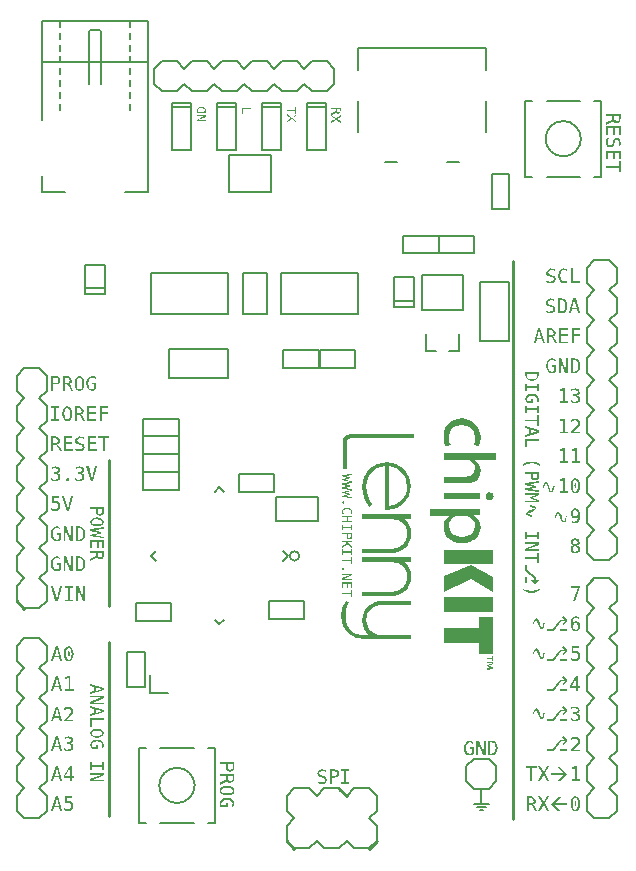
<source format=gbr>
G04 start of page 9 for group -4079 idx -4079 *
G04 Title: (unknown), topsilk *
G04 Creator: pcb 1.99z *
G04 CreationDate: Tue Apr 19 20:08:47 2016 UTC *
G04 For: matt *
G04 Format: Gerber/RS-274X *
G04 PCB-Dimensions (mil): 2500.00 3000.00 *
G04 PCB-Coordinate-Origin: lower left *
%MOIN*%
%FSLAX25Y25*%
%LNTOPSILK*%
%ADD90C,0.0050*%
%ADD89C,0.0059*%
%ADD88C,0.0059*%
%ADD87C,0.0097*%
%ADD86C,0.0001*%
G54D86*G36*
X196934Y29771D02*X196701Y30095D01*
X197005Y30275D01*
X197238Y30926D01*
X197178Y31259D01*
X196994Y31577D01*
X196677Y31707D01*
X196278Y31800D01*
X195584D01*
Y30064D01*
X196305D01*
X196701Y30095D01*
X196934Y29771D01*
X197363Y29526D01*
X197549Y29215D01*
X197813Y28800D01*
X198470Y27459D01*
X197765D01*
X197184Y28702D01*
X196910Y29118D01*
X196739Y29391D01*
X196213Y29543D01*
X195584D01*
Y27459D01*
X194927D01*
Y32321D01*
X196278D01*
X196975Y32231D01*
X197504Y31963D01*
X197792Y31481D01*
X197933Y30921D01*
X197868Y30449D01*
X197672Y30145D01*
X197346Y29868D01*
X196934Y29771D01*
G37*
G36*
X198337Y41797D02*X196818D01*
Y37457D01*
X196156D01*
Y41797D01*
X194631D01*
Y42318D01*
X198337D01*
Y41797D01*
G37*
G36*
X200525Y30492D02*X201615Y32321D01*
X202320D01*
X200867Y30009D01*
X202424Y27459D01*
X201718D01*
X200525Y29532D01*
X199244Y27459D01*
X198534D01*
X200161Y30009D01*
X198756Y32321D01*
X199461D01*
X200525Y30492D01*
G37*
G36*
X200544Y40490D02*X201634Y42318D01*
X202339D01*
X200885Y40007D01*
X202443Y37457D01*
X201737D01*
X200544Y39530D01*
X199263Y37457D01*
X198553D01*
X200180Y40007D01*
X198775Y42318D01*
X199480D01*
X200544Y40490D01*
G37*
G36*
X208420Y39839D02*X206033Y37457D01*
X205137D01*
X207199Y39524D01*
X203060D01*
Y40164D01*
X207199D01*
X205137Y42226D01*
X206033D01*
X208420Y39839D01*
G37*
G36*
X211072Y41699D02*X209976Y41461D01*
Y42047D01*
X211066Y42318D01*
X211722D01*
Y38021D01*
X212732D01*
Y37457D01*
X210052D01*
Y38021D01*
X211072D01*
Y41699D01*
G37*
G36*
X203041Y29885D02*X205433Y32299D01*
X206328D01*
X204261Y30237D01*
X208401D01*
Y29543D01*
X204261D01*
X206328Y27476D01*
X205433D01*
X203041Y29885D01*
G37*
G36*
X211156Y32321D02*Y31800D01*
X210723Y31660D01*
X210472Y31328D01*
X210266Y30730D01*
X210244Y29890D01*
X210294Y29045D01*
X210472Y28452D01*
X210722Y28062D01*
X211156Y27980D01*
X211524Y28077D01*
X211845Y28452D01*
X211983Y29011D01*
X212072Y29890D01*
X211996Y30732D01*
X211845Y31328D01*
X211524Y31676D01*
X211156Y31800D01*
Y32321D01*
X211807Y32167D01*
X212333Y31707D01*
X212628Y30935D01*
X212734Y29890D01*
X212619Y28836D01*
X212333Y28072D01*
X211834Y27580D01*
X211156Y27459D01*
X210438Y27613D01*
X209984Y28072D01*
X209669Y28802D01*
X209588Y29890D01*
X209674Y30944D01*
X209984Y31707D01*
X210455Y32158D01*
X211156Y32321D01*
G37*
G36*
X210857Y30069D02*X210831Y30278D01*
X210917Y30579D01*
X211015Y30839D01*
X211156Y30932D01*
X211291Y30845D01*
X211394Y30574D01*
X211427Y30251D01*
X211465Y30069D01*
X211422Y29809D01*
X211411Y29559D01*
X211307Y29288D01*
X211156Y29196D01*
X211025Y29283D01*
X210928Y29554D01*
X210857Y30069D01*
G37*
G36*
X212379Y81844D02*X210518D01*
Y80706D01*
X210806Y80781D01*
X211088Y80803D01*
X211747Y80670D01*
X212281Y80358D01*
X212583Y79828D01*
X212726Y79154D01*
X212610Y78436D01*
X212265Y77943D01*
X211686Y77603D01*
X210996Y77504D01*
X210290Y77553D01*
X209715Y77694D01*
Y78356D01*
X210317Y78106D01*
X210936Y78025D01*
X211378Y78076D01*
X211772Y78318D01*
X211979Y78661D01*
X212065Y79154D01*
X211983Y79594D01*
X211761Y79983D01*
X210914Y80282D01*
X210399Y80222D01*
X210134Y80103D01*
X209922Y80033D01*
Y82365D01*
X212379D01*
Y81844D01*
G37*
G36*
X212370Y91578D02*X212144Y91637D01*
X211936Y91746D01*
X211453Y91800D01*
X210876Y91667D01*
X210509Y91355D01*
X210224Y90796D01*
X210183Y90048D01*
X210541Y89939D01*
X210297Y89109D01*
X210344Y88606D01*
X210541Y88279D01*
X210821Y88040D01*
X211198Y87980D01*
X211541Y88031D01*
X211854Y88268D01*
X211986Y88609D01*
X212077Y89109D01*
X212001Y89567D01*
X211854Y89956D01*
X211546Y90159D01*
X211198Y90238D01*
X210781Y90163D01*
X210541Y89939D01*
X210183Y90048D01*
X210327Y90331D01*
X210617Y90574D01*
X210906Y90670D01*
X211252Y90759D01*
X211873Y90630D01*
X212342Y90330D01*
X212622Y89797D01*
X212728Y89109D01*
X212613Y88382D01*
X212326Y87894D01*
X211845Y87557D01*
X211214Y87460D01*
X210438Y87606D01*
X209972Y88046D01*
X209663Y88767D01*
X209581Y89890D01*
X209687Y90933D01*
X210053Y91697D01*
X210607Y92157D01*
X211426Y92321D01*
X211903Y92272D01*
X212100Y92176D01*
X212370Y92136D01*
Y91578D01*
G37*
G36*
X212726Y102057D02*X210990Y97456D01*
X210301D01*
X211994Y101796D01*
X209666D01*
Y102317D01*
X212726D01*
Y102057D01*
G37*
G36*
X206101Y91241D02*X207583D01*
X206829Y91996D01*
X207219Y92381D01*
X208483Y91117D01*
Y90824D01*
X207219Y89560D01*
X206829Y89945D01*
X207583Y90699D01*
X206383D01*
X204002Y87449D01*
X201756D01*
Y87997D01*
X203720D01*
X206101Y91241D01*
G37*
G36*
X206096Y87449D02*Y87997D01*
X208353D01*
Y87449D01*
X206096D01*
G37*
G36*
X206101Y81241D02*X207583D01*
X206829Y81996D01*
X207219Y82381D01*
X208483Y81117D01*
Y80824D01*
X207219Y79560D01*
X206829Y79945D01*
X207583Y80699D01*
X206383D01*
X204002Y77449D01*
X201756D01*
Y77997D01*
X203720D01*
X206101Y81241D01*
G37*
G36*
X206096Y77449D02*Y77997D01*
X208353D01*
Y77449D01*
X206096D01*
G37*
G36*
X201069Y80269D02*X200800Y79331D01*
X200529Y78691D01*
X200227Y78324D01*
X199865Y78207D01*
X199497Y78263D01*
X199207Y78551D01*
X198980Y79046D01*
X198801Y79722D01*
X198454Y80863D01*
X198145Y81257D01*
X197772Y80847D01*
X197488Y79722D01*
X196940D01*
X197438Y81261D01*
X198145Y81783D01*
X198757Y81401D01*
X199208Y80269D01*
X199510Y79084D01*
X199865Y78728D01*
X200196Y79100D01*
X200521Y80269D01*
X201069D01*
G37*
G36*
X212726Y47395D02*X209775D01*
Y47916D01*
X210838Y49044D01*
X211224Y49452D01*
X211468Y49733D01*
X211727Y50057D01*
X211907Y50374D01*
X211968Y50594D01*
X212021Y50873D01*
X211922Y51235D01*
X211782Y51507D01*
X211489Y51641D01*
X211126Y51735D01*
X210502Y51627D01*
X209813Y51290D01*
Y51952D01*
X210475Y52180D01*
X210772Y52203D01*
X211115Y52256D01*
X211743Y52162D01*
X212260Y51882D01*
X212559Y51409D01*
X212694Y50899D01*
X212553Y50281D01*
X212081Y49603D01*
X211555Y49022D01*
X211304Y48753D01*
X210844Y48279D01*
X210496Y47916D01*
X212726D01*
Y47395D01*
G37*
G36*
X211739Y60138D02*X212148Y59930D01*
X212472Y59687D01*
X212645Y59302D01*
X212726Y58879D01*
X212608Y58274D01*
X212276Y57826D01*
X211702Y57533D01*
X211028Y57441D01*
X210344Y57496D01*
X209661Y57659D01*
Y58315D01*
X210317Y58049D01*
X210632Y57951D01*
X210957Y57962D01*
X211435Y58003D01*
X211788Y58212D01*
X211984Y58506D01*
X212075Y58928D01*
X211788Y59617D01*
X211429Y59798D01*
X211001Y59872D01*
X210502D01*
Y60393D01*
X211001D01*
X211398Y60416D01*
X211706Y60572D01*
X211961Y61076D01*
X211863Y61359D01*
X211728Y61602D01*
X211430Y61695D01*
X211055Y61782D01*
X210453Y61722D01*
X209807Y61548D01*
Y62107D01*
X210513Y62254D01*
X210765D01*
X211055Y62302D01*
X211681Y62221D01*
X212189Y61977D01*
X212482Y61591D01*
X212613Y61103D01*
X212522Y60741D01*
X212390Y60485D01*
X212109Y60242D01*
X211739Y60138D01*
G37*
G36*
X212078Y69193D02*X212729D01*
Y68639D01*
X212078D01*
Y67456D01*
X211427D01*
Y68639D01*
X209365D01*
Y69274D01*
X209892Y69193D01*
X211427D01*
Y71693D01*
X209892Y69193D01*
X209365Y69274D01*
X211319Y72317D01*
X212078D01*
Y69193D01*
G37*
G36*
X206101Y61241D02*X207583D01*
X206829Y61996D01*
X207219Y62381D01*
X208483Y61117D01*
Y60824D01*
X207219Y59560D01*
X206829Y59945D01*
X207583Y60699D01*
X206383D01*
X204002Y57449D01*
X201756D01*
Y57997D01*
X203720D01*
X206101Y61241D01*
G37*
G36*
X206096Y57449D02*Y57997D01*
X208353D01*
Y57449D01*
X206096D01*
G37*
G36*
X206101Y71241D02*X207583D01*
X206829Y71996D01*
X207219Y72381D01*
X208483Y71117D01*
Y70824D01*
X207219Y69560D01*
X206829Y69945D01*
X207583Y70699D01*
X206383D01*
X204002Y67449D01*
X201756D01*
Y67997D01*
X203720D01*
X206101Y71241D01*
G37*
G36*
X206096Y67449D02*Y67997D01*
X208353D01*
Y67449D01*
X206096D01*
G37*
G36*
X206101Y51241D02*X207583D01*
X206829Y51996D01*
X207219Y52381D01*
X208483Y51117D01*
Y50824D01*
X207219Y49560D01*
X206829Y49945D01*
X207583Y50699D01*
X206383D01*
X204002Y47449D01*
X201756D01*
Y47997D01*
X203720D01*
X206101Y51241D01*
G37*
G36*
X206096Y47449D02*Y47997D01*
X208353D01*
Y47449D01*
X206096D01*
G37*
G36*
X201069Y60269D02*X200800Y59331D01*
X200529Y58691D01*
X200227Y58324D01*
X199865Y58207D01*
X199497Y58263D01*
X199207Y58551D01*
X198980Y59046D01*
X198801Y59722D01*
X198454Y60863D01*
X198145Y61257D01*
X197772Y60847D01*
X197488Y59722D01*
X196940D01*
X197438Y61261D01*
X198145Y61783D01*
X198757Y61401D01*
X199208Y60269D01*
X199510Y59084D01*
X199865Y58728D01*
X200196Y59100D01*
X200521Y60269D01*
X201069D01*
G37*
G36*
X177267Y46560D02*X176676Y46207D01*
X176303Y46098D01*
X175959Y46082D01*
X175113Y46242D01*
X174522Y46722D01*
X174115Y47451D01*
X174006Y48513D01*
X174094Y49533D01*
X174527Y50304D01*
X175132Y50777D01*
X175976Y50943D01*
X176562Y50862D01*
X177098Y50602D01*
Y49967D01*
X176796Y50162D01*
X176562Y50314D01*
X175976Y50422D01*
X175387Y50281D01*
X175015Y49945D01*
X174737Y49343D01*
X174696Y48513D01*
X174732Y47664D01*
X175005Y47070D01*
X175361Y46683D01*
X175959Y46603D01*
X176141Y46595D01*
X176345Y46657D01*
X176469Y46693D01*
X176638Y46815D01*
Y48165D01*
X175933D01*
Y48687D01*
X177267D01*
Y46560D01*
G37*
G36*
X180613Y46929D02*Y50943D01*
X181248D01*
Y46082D01*
X180413D01*
X178774Y50043D01*
Y46082D01*
X178139D01*
Y50943D01*
X178975D01*
X180613Y46929D01*
G37*
G36*
X183135Y50943D02*X183118Y50422D01*
X182809D01*
Y46603D01*
X183118D01*
X183822Y46685D01*
X184279Y47015D01*
X184504Y47565D01*
X184605Y48507D01*
X184507Y49387D01*
X184279Y50010D01*
X183807Y50306D01*
X183118Y50422D01*
X183135Y50943D01*
X184093Y50796D01*
X184773Y50352D01*
X185130Y49583D01*
X185299Y48507D01*
X185152Y47386D01*
X184773Y46674D01*
X184062Y46200D01*
X183135Y46082D01*
X182147D01*
Y50943D01*
X183135D01*
G37*
G36*
X201069Y90269D02*X200800Y89331D01*
X200529Y88691D01*
X200227Y88324D01*
X199865Y88207D01*
X199497Y88263D01*
X199207Y88551D01*
X198980Y89046D01*
X198801Y89722D01*
X198454Y90863D01*
X198145Y91257D01*
X197772Y90847D01*
X197488Y89722D01*
X196940D01*
X197438Y91261D01*
X198145Y91783D01*
X198757Y91401D01*
X199208Y90269D01*
X199510Y89084D01*
X199865Y88728D01*
X200196Y89100D01*
X200521Y90269D01*
X201069D01*
G37*
G36*
X183744Y100383D02*X176365Y104674D01*
X167472Y100407D01*
Y105843D01*
X176460Y109526D01*
X183744Y105354D01*
Y100383D01*
G37*
G36*
Y93922D02*X167472D01*
Y98761D01*
X183744D01*
Y93922D01*
G37*
G36*
X167911Y149052D02*X167678Y149597D01*
X167448Y150365D01*
X167273Y151326D01*
X167204Y152446D01*
X167316Y153722D01*
X167641Y154869D01*
X168167Y155874D01*
X168876Y156724D01*
X169755Y157408D01*
X170788Y157911D01*
X171960Y158223D01*
X173257Y158329D01*
X174572Y158215D01*
X175772Y157880D01*
X176842Y157338D01*
X177759Y156602D01*
X178506Y155685D01*
X179063Y154601D01*
X179412Y153362D01*
X179532Y151981D01*
X179337Y150236D01*
X178922Y149004D01*
X177261Y149492D01*
X177473Y149932D01*
X177652Y150490D01*
X177776Y151170D01*
X177823Y151981D01*
X177472Y153778D01*
X176514Y155086D01*
X175094Y155886D01*
X173355Y156157D01*
X171511Y155846D01*
X170121Y154985D01*
X169243Y153685D01*
X168937Y152056D01*
X169129Y150509D01*
X169523Y149419D01*
X167911Y149052D01*
G37*
G36*
X184805Y146781D02*Y144633D01*
X177433D01*
Y144584D01*
X178281Y143935D01*
X178946Y143046D01*
X179388Y142012D01*
X179556Y140849D01*
X179507Y140217D01*
X179340Y139535D01*
X179032Y138846D01*
X178559Y138191D01*
X177893Y137611D01*
X177012Y137145D01*
X175891Y136836D01*
X174503Y136724D01*
X167472D01*
Y138872D01*
X174259D01*
X175611Y139014D01*
X176731Y139479D01*
X177493Y140324D01*
X177774Y141606D01*
X177604Y142589D01*
X177139Y143422D01*
X176456Y144068D01*
X175626Y144487D01*
X175159Y144606D01*
X174600Y144633D01*
X167472D01*
Y146781D01*
X184805D01*
G37*
G36*
X167472Y133476D02*X179288D01*
Y131328D01*
X167472D01*
Y133476D01*
G37*
G36*
X182608Y131083D02*X182093Y131167D01*
X181674Y131438D01*
X181393Y131874D01*
X181290Y132450D01*
X181393Y132972D01*
X181674Y133382D01*
X182093Y133649D01*
X182608Y133744D01*
X183137Y133644D01*
X183563Y133366D01*
X183848Y132941D01*
X183950Y132402D01*
X183848Y131857D01*
X183563Y131441D01*
X183137Y131176D01*
X182608Y131083D01*
G37*
G36*
X175430Y128007D02*X177506Y128038D01*
X179288Y128105D01*
Y126176D01*
X177261Y126079D01*
Y126030D01*
X176282Y125261D01*
X175186Y125737D01*
X174756Y125838D01*
X174307Y125883D01*
X172281D01*
X171402Y125786D01*
X170381Y125334D01*
X169587Y124605D01*
X169071Y123661D01*
X168887Y122563D01*
X169220Y121045D01*
X170155Y119918D01*
X171596Y119216D01*
X173453Y118974D01*
X175139Y119204D01*
X176538Y119881D01*
X177493Y120983D01*
X177847Y122490D01*
X177658Y123557D01*
X177121Y124507D01*
X176282Y125261D01*
X177261Y126030D01*
X178228Y125275D01*
X178949Y124324D01*
X179400Y123177D01*
X179556Y121831D01*
X179446Y120796D01*
X179122Y119844D01*
X178602Y118992D01*
X177899Y118258D01*
X177028Y117657D01*
X176003Y117207D01*
X174839Y116924D01*
X173550Y116826D01*
X172058Y116943D01*
X170767Y117274D01*
X169676Y117792D01*
X168785Y118468D01*
X168092Y119275D01*
X167598Y120184D01*
X167302Y121168D01*
X167204Y122197D01*
X167329Y123326D01*
X167692Y124337D01*
X168275Y125188D01*
X169059Y125834D01*
Y125883D01*
X162638D01*
Y128007D01*
X175430D01*
G37*
G36*
X183744Y109669D02*X167472D01*
Y114509D01*
X183744D01*
Y109669D01*
G37*
G36*
X179071Y83586D02*X167472D01*
Y88426D01*
X179071D01*
Y92133D01*
X183744D01*
Y79891D01*
X179071D01*
Y83586D01*
G37*
G36*
X183689Y79121D02*Y77320D01*
X183333D01*
Y78010D01*
X181530D01*
Y78439D01*
X183333D01*
Y79121D01*
X183689D01*
G37*
G36*
X181530Y74558D02*Y74988D01*
X182799Y75067D01*
X183404Y75082D01*
Y75108D01*
X182761Y75289D01*
X181563Y75678D01*
Y76122D01*
X182791Y76511D01*
X183087Y76583D01*
X183404Y76662D01*
Y76685D01*
X182799Y76702D01*
X181530Y76781D01*
Y77193D01*
X183689Y77035D01*
Y76392D01*
X182634Y76018D01*
X182087Y75876D01*
Y75868D01*
X182619Y75718D01*
X183689Y75344D01*
Y74726D01*
X181530Y74558D01*
G37*
G36*
X38486Y140156D02*X38896Y139949D01*
X39218Y139706D01*
X39392Y139321D01*
X39473Y138898D01*
X39355Y138293D01*
X39023Y137845D01*
X38449Y137552D01*
X37775Y137460D01*
X37092Y137514D01*
X36408Y137677D01*
Y138333D01*
X37065Y138067D01*
X37379Y137970D01*
X37705Y137980D01*
X38182Y138021D01*
X38535Y138230D01*
X38731Y138524D01*
X38822Y138946D01*
X38535Y139635D01*
X38175Y139816D01*
X37748Y139890D01*
X37249D01*
Y140411D01*
X37748D01*
X38146Y140434D01*
X38453Y140590D01*
X38708Y141095D01*
X38609Y141377D01*
X38475Y141621D01*
X38177Y141713D01*
X37802Y141800D01*
X37200Y141740D01*
X36555Y141567D01*
Y142126D01*
X37260Y142272D01*
X37512D01*
X37802Y142321D01*
X38428Y142239D01*
X38936Y141995D01*
X39229Y141609D01*
X39359Y141122D01*
X39269Y140760D01*
X39137Y140503D01*
X38856Y140260D01*
X38486Y140156D01*
G37*
G36*
X39074Y131844D02*X37213D01*
Y130706D01*
X37501Y130781D01*
X37783Y130803D01*
X38443Y130670D01*
X38977Y130358D01*
X39278Y129828D01*
X39422Y129154D01*
X39305Y128436D01*
X38961Y127943D01*
X38381Y127603D01*
X37691Y127504D01*
X36986Y127553D01*
X36411Y127694D01*
Y128356D01*
X37013Y128106D01*
X37631Y128025D01*
X38074Y128076D01*
X38467Y128318D01*
X38674Y128661D01*
X38760Y129154D01*
X38679Y129594D01*
X38456Y129983D01*
X37610Y130282D01*
X37094Y130222D01*
X36830Y130103D01*
X36617Y130033D01*
Y132365D01*
X39074D01*
Y131844D01*
G37*
G36*
X39669Y117937D02*X39077Y117584D01*
X38704Y117476D01*
X38361Y117459D01*
X37515Y117619D01*
X36924Y118100D01*
X36517Y118828D01*
X36408Y119890D01*
X36496Y120910D01*
X36929Y121680D01*
X37534Y122154D01*
X38377Y122320D01*
X38963Y122239D01*
X39500Y121979D01*
Y121344D01*
X39198Y121539D01*
X38963Y121691D01*
X38377Y121800D01*
X37789Y121659D01*
X37417Y121322D01*
X37139Y120720D01*
X37097Y119890D01*
X37133Y119041D01*
X37406Y118447D01*
X37763Y118060D01*
X38361Y117980D01*
X38543Y117972D01*
X38746Y118034D01*
X38870Y118070D01*
X39039Y118192D01*
Y119543D01*
X38334D01*
Y120063D01*
X39669D01*
Y117937D01*
G37*
G36*
Y107938D02*X39077Y107585D01*
X38704Y107476D01*
X38361Y107460D01*
X37515Y107620D01*
X36924Y108100D01*
X36517Y108829D01*
X36408Y109891D01*
X36496Y110911D01*
X36929Y111681D01*
X37534Y112155D01*
X38377Y112321D01*
X38963Y112240D01*
X39500Y111980D01*
Y111345D01*
X39198Y111540D01*
X38963Y111692D01*
X38377Y111800D01*
X37789Y111659D01*
X37417Y111323D01*
X37139Y110721D01*
X37097Y109891D01*
X37133Y109042D01*
X37406Y108448D01*
X37763Y108061D01*
X38361Y107981D01*
X38543Y107973D01*
X38746Y108035D01*
X38870Y108071D01*
X39039Y108193D01*
Y109543D01*
X38334D01*
Y110065D01*
X39669D01*
Y107938D01*
G37*
G36*
X40048Y102317D02*X38627Y97456D01*
X37830D01*
X36408Y102317D01*
X37086D01*
X38226Y98004D01*
X39370Y102317D01*
X40048D01*
G37*
G36*
X41441Y137975D02*X41599Y138355D01*
X41739Y138440D01*
X41973Y138502D01*
X42347Y138355D01*
X42425Y138165D01*
X42499Y137975D01*
X42347Y137606D01*
X42139Y137479D01*
X41973Y137460D01*
X41734Y137496D01*
X41599Y137606D01*
X41451Y137752D01*
X41441Y137975D01*
G37*
G36*
X43782Y132365D02*X42361Y127504D01*
X41563D01*
X40142Y132365D01*
X40820D01*
X41959Y128052D01*
X43104Y132365D01*
X43782D01*
G37*
G36*
X43015Y118306D02*Y122320D01*
X43650D01*
Y117459D01*
X42814D01*
X41176Y121420D01*
Y117459D01*
X40541D01*
Y122320D01*
X41376D01*
X43015Y118306D01*
G37*
G36*
X45536Y122320D02*X45520Y121800D01*
X45211D01*
Y117980D01*
X45520D01*
X46224Y118062D01*
X46681Y118393D01*
X46906Y118942D01*
X47006Y119885D01*
X46909Y120763D01*
X46681Y121387D01*
X46209Y121683D01*
X45520Y121800D01*
X45536Y122320D01*
X46495Y122172D01*
X47174Y121729D01*
X47531Y120960D01*
X47701Y119885D01*
X47553Y118763D01*
X47174Y118050D01*
X46464Y117577D01*
X45536Y117459D01*
X44549D01*
Y122320D01*
X45536D01*
G37*
G36*
X43015Y108307D02*Y112321D01*
X43650D01*
Y107460D01*
X42814D01*
X41176Y111421D01*
Y107460D01*
X40541D01*
Y112321D01*
X41376D01*
X43015Y108307D01*
G37*
G36*
X45536Y112321D02*X45520Y111800D01*
X45211D01*
Y107981D01*
X45520D01*
X46224Y108063D01*
X46681Y108393D01*
X46906Y108943D01*
X47006Y109885D01*
X46909Y110765D01*
X46681Y111388D01*
X46209Y111684D01*
X45520Y111800D01*
X45536Y112321D01*
X46495Y112174D01*
X47174Y111730D01*
X47531Y110961D01*
X47701Y109885D01*
X47553Y108764D01*
X47174Y108052D01*
X46464Y107578D01*
X45536Y107460D01*
X44549D01*
Y112321D01*
X45536D01*
G37*
G36*
X43590Y101796D02*X42570D01*
Y97977D01*
X43590D01*
Y97456D01*
X40893D01*
Y97977D01*
X41908D01*
Y101796D01*
X40893D01*
Y102317D01*
X43590D01*
Y101796D01*
G37*
G36*
X47174Y98302D02*Y102317D01*
X47809D01*
Y97456D01*
X46974D01*
X45335Y101417D01*
Y97456D01*
X44700D01*
Y102317D01*
X45536D01*
X47174Y98302D01*
G37*
G36*
X51316Y161800D02*X49091D01*
Y160412D01*
X51218D01*
Y159891D01*
X49091D01*
Y157981D01*
X51381D01*
Y157460D01*
X48435D01*
Y162321D01*
X51316D01*
Y161800D01*
G37*
G36*
X55426D02*X53224D01*
Y160412D01*
X55220D01*
Y159891D01*
X53224D01*
Y157460D01*
X52567D01*
Y162321D01*
X55426D01*
Y161800D01*
G37*
G36*
X38418Y149771D02*X38185Y150095D01*
X38489Y150276D01*
X38722Y150927D01*
X38661Y151259D01*
X38478Y151578D01*
X38160Y151708D01*
X37761Y151800D01*
X37067D01*
Y150065D01*
X37789D01*
X38185Y150095D01*
X38418Y149771D01*
X38847Y149527D01*
X39033Y149215D01*
X39297Y148800D01*
X39954Y147460D01*
X39248D01*
X38668Y148702D01*
X38394Y149119D01*
X38223Y149391D01*
X37696Y149543D01*
X37067D01*
Y147460D01*
X36411D01*
Y152321D01*
X37761D01*
X38459Y152232D01*
X38988Y151963D01*
X39275Y151482D01*
X39416Y150921D01*
X39351Y150450D01*
X39156Y150146D01*
X38829Y149869D01*
X38418Y149771D01*
G37*
G36*
X43479Y151800D02*X41254D01*
Y150412D01*
X43381D01*
Y149891D01*
X41254D01*
Y147981D01*
X43544D01*
Y147460D01*
X40598D01*
Y152321D01*
X43479D01*
Y151800D01*
G37*
G36*
X47264Y151426D02*X46662Y151708D01*
X46054Y151800D01*
X45322Y151594D01*
X45079Y151308D01*
X45050Y151030D01*
X45230Y150558D01*
X45455Y150368D01*
X45892Y150281D01*
X46233Y150211D01*
X46804Y149972D01*
X47231Y149728D01*
X47446Y149314D01*
X47541Y148827D01*
X47420Y148202D01*
X47112Y147813D01*
X46586Y147548D01*
X45864Y147460D01*
X45175Y147525D01*
X44486Y147737D01*
Y148420D01*
X44823Y148194D01*
X45192Y148089D01*
X45502Y147973D01*
X45864Y147981D01*
X46287Y148013D01*
X46640Y148198D01*
X46817Y148448D01*
X46917Y148795D01*
X46848Y149069D01*
X46727Y149332D01*
X46422Y149483D01*
X46065Y149619D01*
X45713Y149695D01*
X45129Y149861D01*
X44731Y150140D01*
X44490Y150455D01*
X44421Y150938D01*
X44518Y151505D01*
X44861Y151947D01*
X45345Y152188D01*
X46022Y152321D01*
X46275Y152306D01*
X46613Y152262D01*
X46900Y152150D01*
X47264Y152077D01*
Y151426D01*
G37*
G36*
X51505Y151800D02*X49281D01*
Y150412D01*
X51408D01*
Y149891D01*
X49281D01*
Y147981D01*
X51570D01*
Y147460D01*
X48624D01*
Y152321D01*
X51505D01*
Y151800D01*
G37*
G36*
X39107Y161800D02*X38087D01*
Y157981D01*
X39107D01*
Y157460D01*
X36411D01*
Y157981D01*
X37425D01*
Y161800D01*
X36411D01*
Y162321D01*
X39107D01*
Y161800D01*
G37*
G36*
X43397Y159891D02*X43276Y158821D01*
X42996Y158063D01*
X42475Y157580D01*
X41770Y157460D01*
Y157981D01*
X42168Y158069D01*
X42491Y158421D01*
X42620Y158973D01*
X42713Y159891D01*
X42636Y160774D01*
X42491Y161361D01*
X42164Y161681D01*
X41770Y161800D01*
X41310Y161669D01*
X41054Y161361D01*
X40859Y160762D01*
X40837Y159891D01*
X40887Y159011D01*
X41054Y158421D01*
X41313Y158059D01*
X41770Y157981D01*
Y157460D01*
X41021Y157609D01*
X40549Y158057D01*
X40235Y158785D01*
X40147Y159891D01*
X40245Y160961D01*
X40554Y161719D01*
X41044Y162160D01*
X41770Y162321D01*
X42455Y162171D01*
X42996Y161719D01*
X43283Y160950D01*
X43397Y159891D01*
G37*
G36*
X46255Y159772D02*X46022Y160096D01*
X46326Y160276D01*
X46559Y160927D01*
X46498Y161259D01*
X46315Y161578D01*
X45997Y161709D01*
X45598Y161800D01*
X44904D01*
Y160065D01*
X45626D01*
X46022Y160096D01*
X46255Y159772D01*
X46683Y159527D01*
X46870Y159215D01*
X47134Y158800D01*
X47790Y157460D01*
X47085D01*
X46505Y158702D01*
X46231Y159119D01*
X46060Y159392D01*
X45533Y159543D01*
X44904D01*
Y157460D01*
X44248D01*
Y162321D01*
X45598D01*
X46296Y162232D01*
X46825Y161963D01*
X47112Y161482D01*
X47253Y160922D01*
X47188Y160450D01*
X46993Y160146D01*
X46666Y159869D01*
X46255Y159772D01*
G37*
G36*
X55855Y151800D02*X54336D01*
Y147460D01*
X53674D01*
Y151800D01*
X52150D01*
Y152321D01*
X55855D01*
Y151800D01*
G37*
G36*
X37853Y172470D02*Y171950D01*
X37088D01*
Y170213D01*
X37853D01*
X38214Y170249D01*
X38564Y170441D01*
X38712Y170708D01*
X38819Y171081D01*
X38722Y171450D01*
X38564Y171722D01*
X38218Y171856D01*
X37853Y171950D01*
Y172470D01*
X38523Y172383D01*
X39085Y172118D01*
X39376Y171640D01*
X39502Y171081D01*
X39367Y170480D01*
X39085Y170045D01*
X38543Y169781D01*
X37853Y169693D01*
X37088D01*
Y167609D01*
X36432D01*
Y172470D01*
X37853D01*
G37*
G36*
X42279Y169920D02*X42045Y170244D01*
X42349Y170425D01*
X42583Y171076D01*
X42522Y171408D01*
X42339Y171727D01*
X42021Y171857D01*
X41622Y171950D01*
X40928D01*
Y170213D01*
X41650D01*
X42045Y170244D01*
X42279Y169920D01*
X42707Y169676D01*
X42893Y169364D01*
X43158Y168949D01*
X43814Y167609D01*
X43109D01*
X42528Y168852D01*
X42254Y169268D01*
X42083Y169541D01*
X41557Y169693D01*
X40928D01*
Y167609D01*
X40272D01*
Y172470D01*
X41622D01*
X42319Y172381D01*
X42848Y172113D01*
X43136Y171631D01*
X43277Y171070D01*
X43212Y170598D01*
X43017Y170294D01*
X42690Y170018D01*
X42279Y169920D01*
G37*
G36*
X47448Y170040D02*X47327Y168970D01*
X47046Y168211D01*
X46526Y167728D01*
X45820Y167609D01*
X45072Y167758D01*
X44600Y168206D01*
X44286Y168934D01*
X44198Y170040D01*
X44296Y171110D01*
X44605Y171868D01*
X45094Y172309D01*
X45820Y172470D01*
Y171950D01*
X45361Y171818D01*
X45104Y171510D01*
X44910Y170910D01*
X44887Y170040D01*
X44937Y169159D01*
X45104Y168569D01*
X45363Y168207D01*
X45820Y168130D01*
X46219Y168218D01*
X46542Y168569D01*
X46670Y169121D01*
X46764Y170040D01*
X46687Y170923D01*
X46542Y171510D01*
X46215Y171830D01*
X45820Y171950D01*
Y172470D01*
X46505Y172320D01*
X47046Y171868D01*
X47334Y171099D01*
X47448Y170040D01*
G37*
G36*
X51423Y168087D02*X50832Y167734D01*
X50459Y167626D01*
X50116Y167609D01*
X49269Y167769D01*
X48678Y168250D01*
X48271Y168978D01*
X48163Y170040D01*
X48251Y171060D01*
X48683Y171830D01*
X49288Y172304D01*
X50132Y172470D01*
X50718Y172389D01*
X51255Y172128D01*
Y171494D01*
X50952Y171689D01*
X50718Y171841D01*
X50132Y171950D01*
X49543Y171808D01*
X49172Y171472D01*
X48894Y170870D01*
X48851Y170040D01*
X48888Y169191D01*
X49161Y168597D01*
X49517Y168210D01*
X50116Y168130D01*
X50298Y168122D01*
X50501Y168184D01*
X50624Y168219D01*
X50794Y168342D01*
Y169693D01*
X50089D01*
Y170213D01*
X51423D01*
Y168087D01*
G37*
G36*
X40179Y77459D02*X39500D01*
X39142Y78659D01*
X38985Y79196D01*
X38291Y81702D01*
X37602Y79196D01*
X38985D01*
X39142Y78659D01*
X37439D01*
X37092Y77459D01*
X36408D01*
X37894Y82321D01*
X38692D01*
X40179Y77459D01*
G37*
G36*
Y67456D02*X39500D01*
X39142Y68656D01*
X38985Y69193D01*
X38291Y71699D01*
X37602Y69193D01*
X38985D01*
X39142Y68656D01*
X37439D01*
X37092Y67456D01*
X36408D01*
X37894Y72317D01*
X38692D01*
X40179Y67456D01*
G37*
G36*
Y57413D02*X39500D01*
X39142Y58612D01*
X38985Y59149D01*
X38291Y61656D01*
X37602Y59149D01*
X38985D01*
X39142Y58612D01*
X37439D01*
X37092Y57413D01*
X36408D01*
X37894Y62274D01*
X38692D01*
X40179Y57413D01*
G37*
G36*
Y47460D02*X39500D01*
X39142Y48659D01*
X38985Y49196D01*
X38291Y51702D01*
X37602Y49196D01*
X38985D01*
X39142Y48659D01*
X37439D01*
X37092Y47460D01*
X36408D01*
X37894Y52321D01*
X38692D01*
X40179Y47460D01*
G37*
G36*
Y37457D02*X39500D01*
X39142Y38656D01*
X38985Y39193D01*
X38291Y41699D01*
X37602Y39193D01*
X38985D01*
X39142Y38656D01*
X37439D01*
X37092Y37457D01*
X36408D01*
X37894Y42318D01*
X38692D01*
X40179Y37457D01*
G37*
G36*
Y27504D02*X39500D01*
X39142Y28703D01*
X38985Y29240D01*
X38291Y31747D01*
X37602Y29240D01*
X38985D01*
X39142Y28703D01*
X37439D01*
X37092Y27504D01*
X36408D01*
X37894Y32365D01*
X38692D01*
X40179Y27504D01*
G37*
G36*
X42304Y82321D02*Y81799D01*
X41871Y81660D01*
X41620Y81328D01*
X41414Y80730D01*
X41393Y79890D01*
X41443Y79045D01*
X41620Y78452D01*
X41870Y78062D01*
X42304Y77980D01*
X42673Y78076D01*
X42993Y78452D01*
X43131Y79011D01*
X43221Y79890D01*
X43145Y80733D01*
X42993Y81328D01*
X42673Y81676D01*
X42304Y81799D01*
Y82321D01*
X42955Y82167D01*
X43481Y81707D01*
X43776Y80935D01*
X43883Y79890D01*
X43768Y78836D01*
X43481Y78073D01*
X42982Y77580D01*
X42304Y77459D01*
X41587Y77613D01*
X41132Y78073D01*
X40818Y78802D01*
X40736Y79890D01*
X40823Y80944D01*
X41132Y81707D01*
X41603Y82158D01*
X42304Y82321D01*
G37*
G36*
X42006Y80069D02*X41980Y80278D01*
X42065Y80579D01*
X42163Y80839D01*
X42304Y80932D01*
X42439Y80845D01*
X42543Y80574D01*
X42575Y80250D01*
X42613Y80069D01*
X42570Y79809D01*
X42559Y79559D01*
X42456Y79288D01*
X42304Y79196D01*
X42174Y79283D01*
X42076Y79554D01*
X42006Y80069D01*
G37*
G36*
X42201Y71699D02*X41105Y71461D01*
Y72046D01*
X42196Y72317D01*
X42852D01*
Y68021D01*
X43861D01*
Y67456D01*
X41181D01*
Y68021D01*
X42201D01*
Y71699D01*
G37*
G36*
X43747Y57413D02*X40796D01*
Y57934D01*
X41859Y59062D01*
X42244Y59470D01*
X42489Y59751D01*
X42748Y60076D01*
X42928Y60391D01*
X42989Y60612D01*
X43042Y60890D01*
X42943Y61252D01*
X42803Y61525D01*
X42510Y61659D01*
X42146Y61753D01*
X41523Y61645D01*
X40834Y61308D01*
Y61970D01*
X41496Y62198D01*
X41793Y62221D01*
X42136Y62274D01*
X42764Y62180D01*
X43281Y61900D01*
X43580Y61428D01*
X43715Y60917D01*
X43574Y60299D01*
X43102Y59621D01*
X42575Y59040D01*
X42324Y58771D01*
X41865Y58297D01*
X41517Y57934D01*
X43747D01*
Y57413D01*
G37*
G36*
X42825Y50156D02*X43235Y49949D01*
X43557Y49706D01*
X43731Y49321D01*
X43812Y48898D01*
X43694Y48293D01*
X43362Y47845D01*
X42788Y47552D01*
X42114Y47460D01*
X41431Y47514D01*
X40747Y47677D01*
Y48333D01*
X41403Y48068D01*
X41718Y47970D01*
X42044Y47981D01*
X42521Y48022D01*
X42874Y48230D01*
X43070Y48525D01*
X43161Y48947D01*
X42874Y49635D01*
X42514Y49816D01*
X42087Y49891D01*
X41588D01*
Y50412D01*
X42087D01*
X42484Y50435D01*
X42792Y50591D01*
X43047Y51095D01*
X42948Y51377D01*
X42814Y51621D01*
X42516Y51714D01*
X42141Y51800D01*
X41539Y51741D01*
X40893Y51567D01*
Y52126D01*
X41599Y52272D01*
X41851D01*
X42141Y52321D01*
X42767Y52240D01*
X43275Y51996D01*
X43568Y51609D01*
X43698Y51122D01*
X43607Y50760D01*
X43476Y50504D01*
X43195Y50261D01*
X42825Y50156D01*
G37*
G36*
X43346Y39193D02*X43997D01*
Y38640D01*
X43346D01*
Y37457D01*
X42694D01*
Y38640D01*
X40633D01*
Y39274D01*
X41159Y39193D01*
X42694D01*
Y41694D01*
X41159Y39193D01*
X40633Y39274D01*
X42586Y42318D01*
X43346D01*
Y39193D01*
G37*
G36*
X43433Y31844D02*X41572D01*
Y30705D01*
X41859Y30781D01*
X42141Y30803D01*
X42800Y30670D01*
X43335Y30358D01*
X43636Y29828D01*
X43780Y29154D01*
X43663Y28436D01*
X43319Y27944D01*
X42739Y27603D01*
X42049Y27504D01*
X41344Y27553D01*
X40769Y27694D01*
Y28356D01*
X41371Y28106D01*
X41989Y28025D01*
X42431Y28077D01*
X42825Y28318D01*
X43032Y28661D01*
X43118Y29154D01*
X43036Y29594D01*
X42814Y29984D01*
X41968Y30282D01*
X41452Y30222D01*
X41188Y30103D01*
X40975Y30033D01*
Y32365D01*
X43433D01*
Y31844D01*
G37*
G36*
X49449Y66427D02*Y67051D01*
X50735Y67382D01*
X51223Y67523D01*
X53426Y68158D01*
X51223Y68793D01*
Y67523D01*
X50735Y67382D01*
Y68939D01*
X49449Y69265D01*
Y69889D01*
X53963Y68521D01*
Y67794D01*
X49449Y66427D01*
G37*
G36*
X50247Y63639D02*X53963D01*
Y63058D01*
X49449D01*
Y63817D01*
X53166Y65320D01*
X49449D01*
Y65906D01*
X53963D01*
Y65141D01*
X50247Y63639D01*
G37*
G36*
X49449Y59070D02*Y59694D01*
X50735Y60025D01*
X51223Y60166D01*
X53426Y60801D01*
X51223Y61436D01*
Y60166D01*
X50735Y60025D01*
Y61582D01*
X49449Y61908D01*
Y62532D01*
X53963Y61165D01*
Y60437D01*
X49449Y59070D01*
G37*
G36*
X49959Y57714D02*Y55565D01*
X49449D01*
Y58322D01*
X53963D01*
Y57714D01*
X49959D01*
G37*
G36*
X51706Y51952D02*X50689Y52028D01*
X50008Y52321D01*
X49562Y52767D01*
X49449Y53444D01*
X49921D01*
X50008Y53018D01*
X50333Y52783D01*
X50853Y52598D01*
X51706Y52582D01*
X52511Y52624D01*
X53079Y52783D01*
X53368Y53015D01*
X53491Y53444D01*
X53359Y53806D01*
X53079Y54100D01*
X52506Y54231D01*
X51706Y54307D01*
X50863Y54248D01*
X50333Y54100D01*
X50000Y53812D01*
X49921Y53444D01*
X49449D01*
X49587Y54072D01*
X50008Y54567D01*
X50682Y54805D01*
X51706Y54936D01*
X52677Y54843D01*
X53404Y54562D01*
X53806Y54061D01*
X53963Y53444D01*
X53822Y52756D01*
X53404Y52321D01*
X52683Y52026D01*
X51706Y51952D01*
G37*
G36*
X49878Y48312D02*X49558Y48854D01*
X49449Y49511D01*
X49597Y50223D01*
X50046Y50829D01*
X50724Y51150D01*
X51706Y51301D01*
X52630Y51178D01*
X53366Y50824D01*
X53800Y50219D01*
X53963Y49494D01*
X53943Y49183D01*
X53887Y48957D01*
X53757Y48689D01*
X53659Y48464D01*
X53073D01*
X53242Y48669D01*
X53393Y48957D01*
X53491Y49494D01*
X53351Y49971D01*
X53046Y50374D01*
X52472Y50578D01*
X51706Y50672D01*
X50891Y50588D01*
X50361Y50384D01*
X50002Y50005D01*
X49921Y49511D01*
X49919Y49278D01*
X49976Y49158D01*
X50012Y48974D01*
X50127Y48887D01*
X51440D01*
Y49533D01*
X51912D01*
Y48312D01*
X49878D01*
G37*
G36*
X53491Y41196D02*Y42130D01*
X49921D01*
Y41196D01*
X49449D01*
Y43665D01*
X49921D01*
Y42732D01*
X53491D01*
Y43665D01*
X53963D01*
Y41196D01*
X53491D01*
G37*
G36*
X50247Y37909D02*X53963D01*
Y37328D01*
X49449D01*
Y38088D01*
X53166Y39591D01*
X49449D01*
Y40176D01*
X53963D01*
Y39411D01*
X50247Y37909D01*
G37*
G36*
X46513Y140156D02*X46922Y139949D01*
X47245Y139706D01*
X47419Y139321D01*
X47500Y138898D01*
X47382Y138293D01*
X47050Y137845D01*
X46476Y137552D01*
X45802Y137460D01*
X45118Y137514D01*
X44435Y137677D01*
Y138333D01*
X45091Y138067D01*
X45406Y137970D01*
X45731Y137980D01*
X46209Y138021D01*
X46561Y138230D01*
X46758Y138524D01*
X46849Y138946D01*
X46561Y139635D01*
X46202Y139816D01*
X45775Y139890D01*
X45276D01*
Y140411D01*
X45775D01*
X46172Y140434D01*
X46480Y140590D01*
X46735Y141095D01*
X46636Y141377D01*
X46502Y141621D01*
X46204Y141713D01*
X45829Y141800D01*
X45227Y141740D01*
X44581Y141567D01*
Y142126D01*
X45287Y142272D01*
X45539D01*
X45829Y142321D01*
X46454Y142239D01*
X46963Y141995D01*
X47256Y141609D01*
X47386Y141122D01*
X47295Y140760D01*
X47164Y140503D01*
X46883Y140260D01*
X46513Y140156D01*
G37*
G36*
X51828Y142321D02*X50407Y137460D01*
X49609D01*
X48188Y142321D01*
X48866D01*
X50005Y138008D01*
X51150Y142321D01*
X51828D01*
G37*
G36*
X53963Y127484D02*X53882Y126807D01*
X53643Y126356D01*
X53244Y126053D01*
X52704Y125970D01*
X52139Y126057D01*
X51760Y126350D01*
X51491Y126817D01*
X51440Y127484D01*
X51912D01*
X51959Y127092D01*
X52119Y126833D01*
X52339Y126629D01*
X52704Y126600D01*
X53285Y126833D01*
X53437Y127081D01*
X53491Y127484D01*
Y128184D01*
X51912D01*
Y127484D01*
X51440D01*
Y128184D01*
X49449D01*
Y128786D01*
X53963D01*
Y127484D01*
G37*
G36*
X51706Y122362D02*X50689Y122438D01*
X50008Y122731D01*
X49562Y123178D01*
X49449Y123854D01*
X49921D01*
X50008Y123429D01*
X50333Y123193D01*
X50853Y123008D01*
X51706Y122992D01*
X52511Y123034D01*
X53079Y123193D01*
X53368Y123424D01*
X53491Y123854D01*
X53359Y124217D01*
X53079Y124511D01*
X52506Y124641D01*
X51706Y124717D01*
X50863Y124659D01*
X50333Y124511D01*
X50000Y124222D01*
X49921Y123854D01*
X49449D01*
X49587Y124483D01*
X50008Y124978D01*
X50682Y125215D01*
X51706Y125346D01*
X52677Y125252D01*
X53404Y124972D01*
X53806Y124471D01*
X53963Y123854D01*
X53822Y123167D01*
X53404Y122731D01*
X52683Y122435D01*
X51706Y122362D01*
G37*
G36*
X50529Y121000D02*X52921Y120496D01*
Y119867D01*
X50328Y119351D01*
X53963Y118923D01*
Y118337D01*
X49449Y119004D01*
Y119574D01*
X52254Y120176D01*
X49449Y120778D01*
Y121348D01*
X53963Y122015D01*
Y121429D01*
X50529Y121000D01*
G37*
G36*
X53491Y115109D02*Y117149D01*
X52259D01*
Y115196D01*
X51787D01*
Y117149D01*
X49921D01*
Y115049D01*
X49449D01*
Y117750D01*
X53963D01*
Y115109D01*
X53491D01*
G37*
G36*
X51652Y112391D02*X52107Y112326D01*
X52320Y112152D01*
X52699Y112109D01*
X53023Y112137D01*
X53290Y112336D01*
X53491Y112993D01*
Y113628D01*
X51912D01*
Y112966D01*
X52107Y112326D01*
X51652Y112391D01*
X51419Y111994D01*
X51131Y111798D01*
X50724Y111588D01*
X49449Y110980D01*
Y111626D01*
X50637Y112157D01*
X51037Y112343D01*
X51294Y112570D01*
X51389Y112740D01*
X51440Y113052D01*
Y113628D01*
X49449D01*
Y114230D01*
X53963D01*
Y112993D01*
X53882Y112333D01*
X53637Y111865D01*
X53235Y111530D01*
X52694Y111474D01*
X52288Y111498D01*
X51988Y111712D01*
X51751Y111980D01*
X51652Y112391D01*
G37*
G36*
X210574Y116161D02*X210724Y115828D01*
X210471Y115640D01*
X210251Y115328D01*
X210227Y114940D01*
X210281Y114526D01*
X210471Y114235D01*
X210724Y114035D01*
X211143Y113980D01*
X211506Y114021D01*
X211827Y114230D01*
X211974Y114520D01*
X212066Y114940D01*
X211827Y115640D01*
X211502Y115815D01*
X211143Y115890D01*
X210724Y115828D01*
X210574Y116161D01*
X210191Y116267D01*
X209917Y116525D01*
X209731Y116784D01*
X209684Y117170D01*
X209757Y117617D01*
X210074Y118011D01*
X210509Y118239D01*
X211143Y118321D01*
X211717Y118243D01*
X212218Y118011D01*
X212477Y117642D01*
X212614Y117170D01*
X212554Y116792D01*
X212381Y116525D01*
X212078Y116266D01*
X211719Y116161D01*
X211462Y116434D01*
X211751Y116590D01*
X211957Y117100D01*
X211751Y117621D01*
X211473Y117713D01*
X211143Y117800D01*
X210764Y117733D01*
X210541Y117621D01*
X210385Y117359D01*
X210335Y117100D01*
X210366Y116784D01*
X210541Y116590D01*
X211143Y116411D01*
X211462Y116434D01*
X211719Y116161D01*
X212134Y115963D01*
X212467Y115722D01*
X212637Y115326D01*
X212728Y114876D01*
X212607Y114279D01*
X212305Y113834D01*
X211800Y113550D01*
X211143Y113459D01*
X210452Y113553D01*
X209988Y113834D01*
X209654Y114276D01*
X209570Y114865D01*
X209831Y115722D01*
X210100Y115974D01*
X210574Y116161D01*
G37*
G36*
X207056Y147699D02*X205960Y147460D01*
Y148046D01*
X207050Y148317D01*
X207707D01*
Y144020D01*
X208716D01*
Y143456D01*
X206035D01*
Y144020D01*
X207056D01*
Y147699D01*
G37*
G36*
X209938Y124235D02*X210372Y124046D01*
X210587Y123967D01*
X210855Y123980D01*
X211365Y124078D01*
X211798Y124458D01*
X212013Y125009D01*
X212119Y125858D01*
X211766Y125993D01*
X211923Y126308D01*
X212005Y126758D01*
X211766Y127524D01*
X211459Y127701D01*
X211104Y127800D01*
X210694Y127713D01*
X210448Y127539D01*
X210251Y127179D01*
X210225Y126758D01*
X210278Y126283D01*
X210448Y125977D01*
X210691Y125771D01*
X211104Y125717D01*
X211456Y125764D01*
X211766Y125993D01*
X212119Y125858D01*
X211913Y125536D01*
X211690Y125369D01*
X211381Y125217D01*
X211055Y125196D01*
X210411Y125298D01*
X209970Y125602D01*
X209663Y126092D01*
X209580Y126764D01*
X209669Y127398D01*
X209976Y127914D01*
X210438Y128184D01*
X211093Y128321D01*
X211801Y128174D01*
X212330Y127735D01*
X212622Y126967D01*
X212726Y125890D01*
X212596Y124844D01*
X212254Y124083D01*
X211634Y123582D01*
X210876Y123459D01*
X210399Y123503D01*
X209938Y123639D01*
Y124235D01*
G37*
G36*
X204379Y135804D02*X204111Y134865D01*
X203839Y134225D01*
X203537Y133859D01*
X203175Y133742D01*
X202807Y133798D01*
X202517Y134085D01*
X202291Y134580D01*
X202112Y135256D01*
X201765Y136398D01*
X201455Y136791D01*
X201082Y136381D01*
X200798Y135256D01*
X200251D01*
X200748Y136795D01*
X201455Y137317D01*
X202068Y136935D01*
X202519Y135804D01*
X202821Y134618D01*
X203175Y134263D01*
X203506Y134635D01*
X203831Y135804D01*
X204379D01*
G37*
G36*
X207035Y137702D02*X205939Y137464D01*
Y138050D01*
X207030Y138321D01*
X207686D01*
Y134024D01*
X208695D01*
Y133460D01*
X206015D01*
Y134024D01*
X207035D01*
Y137702D01*
G37*
G36*
X211152Y138321D02*Y137800D01*
X210719Y137660D01*
X210468Y137328D01*
X210262Y136730D01*
X210240Y135890D01*
X210290Y135046D01*
X210468Y134453D01*
X210718Y134062D01*
X211152Y133980D01*
X211520Y134077D01*
X211841Y134453D01*
X211979Y135012D01*
X212068Y135890D01*
X211993Y136733D01*
X211841Y137328D01*
X211520Y137677D01*
X211152Y137800D01*
Y138321D01*
X211803Y138168D01*
X212329Y137708D01*
X212623Y136935D01*
X212731Y135890D01*
X212615Y134837D01*
X212329Y134073D01*
X211830Y133580D01*
X211152Y133460D01*
X210434Y133613D01*
X209980Y134073D01*
X209665Y134802D01*
X209584Y135890D01*
X209670Y136944D01*
X209980Y137708D01*
X210450Y138158D01*
X211152Y138321D01*
G37*
G36*
X210853Y136070D02*X210828Y136278D01*
X210913Y136579D01*
X211011Y136840D01*
X211152Y136932D01*
X211287Y136845D01*
X211390Y136574D01*
X211423Y136251D01*
X211461Y136070D01*
X211417Y135809D01*
X211407Y135559D01*
X211304Y135288D01*
X211152Y135196D01*
X211022Y135283D01*
X210924Y135554D01*
X210853Y136070D01*
G37*
G36*
X208411Y125803D02*X208142Y124865D01*
X207871Y124225D01*
X207568Y123859D01*
X207206Y123742D01*
X206839Y123798D01*
X206548Y124085D01*
X206322Y124580D01*
X206143Y125256D01*
X205796Y126398D01*
X205486Y126791D01*
X205113Y126381D01*
X204830Y125256D01*
X204282D01*
X204780Y126795D01*
X205486Y127317D01*
X206099Y126935D01*
X206550Y125803D01*
X206852Y124618D01*
X207206Y124263D01*
X207537Y124634D01*
X207863Y125803D01*
X208411D01*
G37*
G36*
X211069Y147699D02*X209973Y147460D01*
Y148046D01*
X211063Y148317D01*
X211720D01*
Y144020D01*
X212729D01*
Y143456D01*
X210049D01*
Y144020D01*
X211069D01*
Y147699D01*
G37*
G36*
X211742Y166156D02*X212151Y165948D01*
X212474Y165706D01*
X212648Y165320D01*
X212729Y164897D01*
X212611Y164292D01*
X212279Y163844D01*
X211705Y163552D01*
X211031Y163459D01*
X210347Y163514D01*
X209664Y163676D01*
Y164333D01*
X210320Y164067D01*
X210635Y163969D01*
X210961Y163980D01*
X211438Y164021D01*
X211791Y164230D01*
X211987Y164524D01*
X212078Y164946D01*
X211791Y165635D01*
X211431Y165815D01*
X211004Y165890D01*
X210505D01*
Y166411D01*
X211004D01*
X211401Y166434D01*
X211709Y166590D01*
X211964Y167094D01*
X211865Y167376D01*
X211731Y167621D01*
X211432Y167713D01*
X211058Y167800D01*
X210456Y167740D01*
X209810Y167567D01*
Y168125D01*
X210516Y168272D01*
X210768D01*
X211058Y168321D01*
X211683Y168239D01*
X212192Y167995D01*
X212485Y167609D01*
X212615Y167121D01*
X212524Y166759D01*
X212393Y166503D01*
X212112Y166260D01*
X211742Y166156D01*
G37*
G36*
X210567Y178321D02*X210551Y177800D01*
X210242D01*
Y173980D01*
X210551D01*
X211255Y174062D01*
X211712Y174393D01*
X211937Y174942D01*
X212037Y175885D01*
X211939Y176764D01*
X211712Y177388D01*
X211240Y177683D01*
X210551Y177800D01*
X210567Y178321D01*
X211526Y178173D01*
X212206Y177729D01*
X212562Y176960D01*
X212732Y175885D01*
X212584Y174763D01*
X212206Y174051D01*
X211495Y173578D01*
X210567Y173459D01*
X209580D01*
Y178321D01*
X210567D01*
G37*
G36*
X207170Y157656D02*X206074Y157417D01*
Y158003D01*
X207164Y158274D01*
X207820D01*
Y153977D01*
X208830D01*
Y153413D01*
X206149D01*
Y153977D01*
X207170D01*
Y157656D01*
G37*
G36*
X212729Y153413D02*X209778D01*
Y153934D01*
X210841Y155062D01*
X211226Y155471D01*
X211470Y155751D01*
X211730Y156076D01*
X211910Y156391D01*
X211971Y156613D01*
X212024Y156891D01*
X211924Y157253D01*
X211785Y157526D01*
X211492Y157659D01*
X211129Y157753D01*
X210505Y157645D01*
X209816Y157309D01*
Y157970D01*
X210478Y158198D01*
X210775Y158221D01*
X211118Y158274D01*
X211746Y158180D01*
X212263Y157900D01*
X212562Y157428D01*
X212696Y156918D01*
X212556Y156300D01*
X212083Y155621D01*
X211557Y155041D01*
X211306Y154771D01*
X210846Y154298D01*
X210499Y153934D01*
X212729D01*
Y153413D01*
G37*
G36*
X207104Y167702D02*X206008Y167463D01*
Y168049D01*
X207099Y168321D01*
X207755D01*
Y164024D01*
X208765D01*
Y163459D01*
X206084D01*
Y164024D01*
X207104D01*
Y167702D01*
G37*
G36*
X204700Y173937D02*X204108Y173585D01*
X203735Y173476D01*
X203392Y173459D01*
X202546Y173620D01*
X201954Y174100D01*
X201548Y174828D01*
X201439Y175890D01*
X201527Y176910D01*
X201960Y177681D01*
X202565Y178154D01*
X203408Y178321D01*
X203994Y178239D01*
X204531Y177979D01*
Y177344D01*
X204229Y177539D01*
X203994Y177691D01*
X203408Y177800D01*
X202820Y177659D01*
X202448Y177322D01*
X202170Y176720D01*
X202128Y175890D01*
X202165Y175041D01*
X202437Y174447D01*
X202794Y174061D01*
X203392Y173980D01*
X203574Y173972D01*
X203777Y174035D01*
X203901Y174070D01*
X204070Y174192D01*
Y175543D01*
X203365D01*
Y176064D01*
X204700D01*
Y173937D01*
G37*
G36*
X208046Y174306D02*Y178321D01*
X208681D01*
Y173459D01*
X207845D01*
X206207Y177420D01*
Y173459D01*
X205572D01*
Y178321D01*
X206407D01*
X208046Y174306D01*
G37*
G36*
X198957Y172911D02*X198486Y172922D01*
Y173210D01*
X194915D01*
Y172922D01*
X194996Y172268D01*
X195301Y171864D01*
X195820Y171628D01*
X196695Y171560D01*
X197535Y171621D01*
X198100Y171858D01*
X198366Y172270D01*
X198486Y172922D01*
X198957Y172911D01*
X198819Y172017D01*
X198410Y171408D01*
X197685Y171008D01*
X196695Y170925D01*
X195672Y171026D01*
X194992Y171408D01*
X194555Y171988D01*
X194444Y172911D01*
Y173817D01*
X198957D01*
Y172911D01*
G37*
G36*
X212736Y187798D02*X210533D01*
Y186409D01*
X212529D01*
Y185888D01*
X210533D01*
Y183457D01*
X209877D01*
Y188318D01*
X212736D01*
Y187798D01*
G37*
G36*
X200967Y183457D02*X200289D01*
X199931Y184656D01*
X199773Y185193D01*
X199079Y187700D01*
X198390Y185193D01*
X199773D01*
X199931Y184656D01*
X198227D01*
X197880Y183457D01*
X197196D01*
X198683Y188318D01*
X199480D01*
X200967Y183457D01*
G37*
G36*
X203564Y185769D02*X203331Y186093D01*
X203635Y186273D01*
X203868Y186924D01*
X203807Y187256D01*
X203624Y187575D01*
X203307Y187706D01*
X202908Y187798D01*
X202213D01*
Y186061D01*
X202935D01*
X203331Y186093D01*
X203564Y185769D01*
X203993Y185524D01*
X204179Y185212D01*
X204443Y184798D01*
X205100Y183457D01*
X204394D01*
X203814Y184700D01*
X203540Y185116D01*
X203369Y185389D01*
X202843Y185541D01*
X202213D01*
Y183457D01*
X201557D01*
Y188318D01*
X202908D01*
X203605Y188229D01*
X204134Y187960D01*
X204422Y187479D01*
X204563Y186919D01*
X204498Y186447D01*
X204302Y186143D01*
X203975Y185866D01*
X203564Y185769D01*
G37*
G36*
X208625Y187798D02*X206400D01*
Y186409D01*
X208527D01*
Y185888D01*
X206400D01*
Y183978D01*
X208690D01*
Y183457D01*
X205744D01*
Y188318D01*
X208625D01*
Y187798D01*
G37*
G36*
X212732Y193460D02*X212054D01*
X211696Y194659D01*
X211538Y195196D01*
X210844Y197703D01*
X210155Y195196D01*
X211538D01*
X211696Y194659D01*
X209992D01*
X209645Y193460D01*
X208961D01*
X210448Y198321D01*
X211245D01*
X212732Y193460D01*
G37*
G36*
X204108Y197426D02*X203506Y197708D01*
X202898Y197800D01*
X202166Y197594D01*
X201923Y197308D01*
X201895Y197030D01*
X202074Y196558D01*
X202299Y196368D01*
X202735Y196281D01*
X203078Y196211D01*
X203648Y195972D01*
X204076Y195728D01*
X204290Y195315D01*
X204385Y194827D01*
X204264Y194202D01*
X203956Y193813D01*
X203430Y193548D01*
X202708Y193460D01*
X202020Y193525D01*
X201331Y193737D01*
Y194421D01*
X201667Y194194D01*
X202036Y194089D01*
X202346Y193973D01*
X202708Y193981D01*
X203131Y194014D01*
X203484Y194198D01*
X203661Y194448D01*
X203761Y194795D01*
X203692Y195069D01*
X203571Y195332D01*
X203266Y195483D01*
X202909Y195620D01*
X202557Y195695D01*
X201973Y195861D01*
X201574Y196141D01*
X201334Y196455D01*
X201265Y196938D01*
X201361Y197505D01*
X201705Y197947D01*
X202189Y198188D01*
X202866Y198321D01*
X203120Y198306D01*
X203457Y198262D01*
X203745Y198150D01*
X204108Y198077D01*
Y197426D01*
G37*
G36*
X206261Y198321D02*X206244Y197800D01*
X205935D01*
Y193981D01*
X206244D01*
X206948Y194062D01*
X207406Y194393D01*
X207631Y194943D01*
X207731Y195885D01*
X207633Y196765D01*
X207406Y197388D01*
X206933Y197684D01*
X206244Y197800D01*
X206261Y198321D01*
X207220Y198174D01*
X207899Y197730D01*
X208256Y196961D01*
X208425Y195885D01*
X208278Y194764D01*
X207899Y194052D01*
X207189Y193578D01*
X206261Y193460D01*
X205273D01*
Y198321D01*
X206261D01*
G37*
G36*
X204293Y207426D02*X203690Y207709D01*
X203083Y207801D01*
X202350Y207594D01*
X202107Y207309D01*
X202079Y207030D01*
X202258Y206559D01*
X202483Y206369D01*
X202920Y206282D01*
X203262Y206211D01*
X203833Y205972D01*
X204260Y205728D01*
X204474Y205315D01*
X204570Y204828D01*
X204448Y204202D01*
X204141Y203813D01*
X203615Y203549D01*
X202893Y203461D01*
X202204Y203526D01*
X201515Y203737D01*
Y204421D01*
X201851Y204194D01*
X202220Y204090D01*
X202531Y203973D01*
X202893Y203981D01*
X203316Y204014D01*
X203669Y204198D01*
X203845Y204448D01*
X203946Y204795D01*
X203876Y205069D01*
X203756Y205332D01*
X203450Y205483D01*
X203094Y205620D01*
X202741Y205696D01*
X202157Y205861D01*
X201759Y206141D01*
X201519Y206456D01*
X201450Y206938D01*
X201546Y207505D01*
X201889Y207948D01*
X202373Y208189D01*
X203050Y208322D01*
X203304Y208307D01*
X203642Y208262D01*
X203929Y208151D01*
X204293Y208078D01*
Y207426D01*
G37*
G36*
X208501Y203715D02*X207991Y203520D01*
X207433Y203461D01*
X206557Y203619D01*
X205984Y204095D01*
X205558Y204826D01*
X205463Y205891D01*
X205580Y206911D01*
X205984Y207681D01*
X206571Y208155D01*
X207433Y208322D01*
X207672Y208306D01*
X207991Y208256D01*
X208223Y208140D01*
X208501Y208061D01*
Y207405D01*
X207986Y207698D01*
X207433Y207801D01*
X206826Y207659D01*
X206472Y207324D01*
X206222Y206724D01*
X206152Y205891D01*
X206219Y205053D01*
X206472Y204459D01*
X206860Y204063D01*
X207433Y203981D01*
X207667Y203984D01*
X207991Y204079D01*
X208229Y204167D01*
X208501Y204372D01*
Y203715D01*
G37*
G36*
X210388Y204025D02*X212732D01*
Y203461D01*
X209726D01*
Y208322D01*
X210388D01*
Y204025D01*
G37*
G36*
X223726Y257834D02*X224050Y258067D01*
X224231Y257763D01*
X224882Y257530D01*
X225214Y257591D01*
X225533Y257774D01*
X225663Y258091D01*
X225755Y258490D01*
Y259185D01*
X224019D01*
Y258463D01*
X224050Y258067D01*
X223726Y257834D01*
X223482Y257405D01*
X223170Y257219D01*
X222755Y256955D01*
X221415Y256298D01*
Y257004D01*
X222657Y257584D01*
X223074Y257858D01*
X223346Y258029D01*
X223498Y258555D01*
Y259185D01*
X221415D01*
Y259841D01*
X226276D01*
Y258490D01*
X226186Y257793D01*
X225918Y257264D01*
X225437Y256976D01*
X224876Y256835D01*
X224404Y256900D01*
X224101Y257096D01*
X223824Y257423D01*
X223726Y257834D01*
G37*
G36*
X225755Y252773D02*Y254998D01*
X224367D01*
Y252871D01*
X223845D01*
Y254998D01*
X221936D01*
Y252708D01*
X221415D01*
Y255654D01*
X226276D01*
Y252773D01*
X225755D01*
G37*
G36*
X225381Y248988D02*X225663Y249590D01*
X225755Y250198D01*
X225549Y250930D01*
X225263Y251173D01*
X224985Y251201D01*
X224513Y251022D01*
X224323Y250797D01*
X224236Y250360D01*
X224166Y250019D01*
X223927Y249448D01*
X223683Y249020D01*
X223269Y248806D01*
X222782Y248711D01*
X222157Y248832D01*
X221768Y249140D01*
X221503Y249666D01*
X221415Y250387D01*
X221480Y251076D01*
X221692Y251765D01*
X222375D01*
X222148Y251429D01*
X222044Y251060D01*
X221928Y250750D01*
X221936Y250387D01*
X221969Y249964D01*
X222153Y249612D01*
X222402Y249435D01*
X222750Y249335D01*
X223024Y249404D01*
X223287Y249525D01*
X223437Y249830D01*
X223574Y250187D01*
X223650Y250539D01*
X223816Y251122D01*
X224095Y251522D01*
X224409Y251761D01*
X224893Y251831D01*
X225460Y251734D01*
X225902Y251391D01*
X226143Y250907D01*
X226276Y250230D01*
X226261Y249976D01*
X226216Y249639D01*
X226105Y249351D01*
X226032Y248988D01*
X225381D01*
G37*
G36*
X225755Y244746D02*Y246971D01*
X224367D01*
Y244844D01*
X223845D01*
Y246971D01*
X221936D01*
Y244681D01*
X221415D01*
Y247627D01*
X226276D01*
Y244746D01*
X225755D01*
G37*
G36*
Y240397D02*Y241916D01*
X221415D01*
Y242578D01*
X225755D01*
Y244102D01*
X226276D01*
Y240397D01*
X225755D01*
G37*
G36*
X198486Y167475D02*Y168408D01*
X194915D01*
Y167475D01*
X194444D01*
Y169944D01*
X194915D01*
Y169010D01*
X198486D01*
Y169944D01*
X198957D01*
Y167475D01*
X198486D01*
G37*
G36*
X194872Y163574D02*X194552Y164117D01*
X194444Y164773D01*
X194592Y165485D01*
X195041Y166091D01*
X195719Y166413D01*
X196701Y166563D01*
X197624Y166440D01*
X198361Y166086D01*
X198795Y165481D01*
X198957Y164757D01*
X198937Y164445D01*
X198881Y164220D01*
X198751Y163951D01*
X198654Y163726D01*
X198068D01*
X198236Y163931D01*
X198387Y164220D01*
X198486Y164757D01*
X198346Y165233D01*
X198041Y165636D01*
X197467Y165841D01*
X196701Y165934D01*
X195885Y165850D01*
X195355Y165647D01*
X194997Y165267D01*
X194915Y164773D01*
X194913Y164540D01*
X194970Y164421D01*
X195006Y164236D01*
X195122Y164149D01*
X196435D01*
Y164795D01*
X196907D01*
Y163574D01*
X194872D01*
G37*
G36*
X198486Y160118D02*Y161051D01*
X194915D01*
Y160118D01*
X194444D01*
Y162587D01*
X194915D01*
Y161654D01*
X198486D01*
Y162587D01*
X198957D01*
Y160118D01*
X198486D01*
G37*
G36*
Y155973D02*Y157367D01*
X194444D01*
Y157970D01*
X198486D01*
Y159370D01*
X198957D01*
Y155973D01*
X198486D01*
G37*
G36*
X194444Y152263D02*Y152886D01*
X195730Y153217D01*
X196217Y153358D01*
X198420Y153993D01*
X196217Y154628D01*
Y153358D01*
X195730Y153217D01*
Y154774D01*
X194444Y155100D01*
Y155724D01*
X198957Y154356D01*
Y153630D01*
X194444Y152263D01*
G37*
G36*
X194954Y150925D02*Y148777D01*
X194444D01*
Y151532D01*
X198957D01*
Y150925D01*
X194954D01*
G37*
G36*
X199305Y142591D02*X197921Y143183D01*
X196532Y143384D01*
X195144Y143183D01*
X193755Y142591D01*
Y143069D01*
X195165Y143742D01*
X196532Y143964D01*
X197900Y143742D01*
X198554Y143424D01*
X199305Y143069D01*
Y142591D01*
G37*
G36*
X198957Y139250D02*X198486D01*
Y139950D01*
X196907D01*
Y139250D01*
X196953Y138857D01*
X197113Y138598D01*
X197334Y138395D01*
X197699Y138365D01*
X198280Y138598D01*
X198431Y138847D01*
X198486Y139250D01*
X198957D01*
X198876Y138573D01*
X198637Y138121D01*
X198239Y137819D01*
X197699Y137736D01*
X197133Y137823D01*
X196755Y138115D01*
X196485Y138582D01*
X196435Y139250D01*
Y139950D01*
X194444D01*
Y140552D01*
X198957D01*
Y139250D01*
G37*
G36*
X195523Y136445D02*X197916Y135940D01*
Y135311D01*
X195322Y134795D01*
X198957Y134367D01*
Y133781D01*
X194444Y134448D01*
Y135018D01*
X197248Y135620D01*
X194444Y136222D01*
Y136792D01*
X198957Y137459D01*
Y136874D01*
X195523Y136445D01*
G37*
G36*
X196690Y131947D02*X198957Y131171D01*
Y130363D01*
X194444D01*
Y130922D01*
X198431D01*
X196050Y131719D01*
Y132175D01*
X198431Y132967D01*
X194444D01*
Y133526D01*
X198957D01*
Y132717D01*
X196690Y131947D01*
G37*
G36*
X196663Y125547D02*X195787Y125719D01*
X195180Y125983D01*
X194825Y126315D01*
X194710Y126686D01*
X195034Y127287D01*
X196142Y127695D01*
X197194Y128006D01*
X197601Y128319D01*
X197231Y128615D01*
X196142Y128937D01*
Y129458D01*
X197567Y128982D01*
X198095Y128319D01*
X197714Y127680D01*
X196663Y127310D01*
X195554Y126961D01*
X195209Y126686D01*
X195563Y126350D01*
X196663Y126062D01*
Y125547D01*
G37*
G36*
X198486Y118045D02*Y118978D01*
X194915D01*
Y118045D01*
X194444D01*
Y120513D01*
X194915D01*
Y119580D01*
X198486D01*
Y120513D01*
X198957D01*
Y118045D01*
X198486D01*
G37*
G36*
X195241Y114757D02*X198957D01*
Y114176D01*
X194444D01*
Y114936D01*
X198160Y116439D01*
X194444D01*
Y117025D01*
X198957D01*
Y116259D01*
X195241Y114757D01*
G37*
G36*
X198486Y110221D02*Y111615D01*
X194444D01*
Y112218D01*
X198486D01*
Y113617D01*
X198957D01*
Y110221D01*
X198486D01*
G37*
G36*
X198041Y105485D02*Y104085D01*
X198751Y104796D01*
X199115Y104427D01*
X197916Y103228D01*
X197645D01*
X196440Y104427D01*
X196809Y104796D01*
X197520Y104085D01*
Y105214D01*
X194444Y107476D01*
Y109603D01*
X194965D01*
Y107742D01*
X198041Y105485D01*
G37*
G36*
X194444Y105491D02*X194965D01*
Y103353D01*
X194444D01*
Y105491D01*
G37*
G36*
X199305Y101107D02*X197900Y100434D01*
X197169Y100245D01*
X196532Y100212D01*
X195849Y100230D01*
X195160Y100434D01*
X193755Y101107D01*
Y101584D01*
X194454Y101203D01*
X195149Y100987D01*
X196532Y100798D01*
X197916Y100987D01*
X199305Y101584D01*
Y101107D01*
G37*
G36*
X97470Y42265D02*X96950D01*
Y43030D01*
X95213D01*
Y42265D01*
X95249Y41904D01*
X95441Y41554D01*
X95708Y41406D01*
X96081Y41299D01*
X96450Y41396D01*
X96722Y41554D01*
X96856Y41900D01*
X96950Y42265D01*
X97470D01*
X97383Y41595D01*
X97118Y41033D01*
X96640Y40742D01*
X96081Y40616D01*
X95480Y40752D01*
X95045Y41033D01*
X94781Y41575D01*
X94693Y42265D01*
Y43030D01*
X92609D01*
Y43686D01*
X97470D01*
Y42265D01*
G37*
G36*
X94920Y37839D02*X95244Y38073D01*
X95425Y37769D01*
X96076Y37535D01*
X96408Y37596D01*
X96727Y37780D01*
X96857Y38097D01*
X96950Y38496D01*
Y39190D01*
X95213D01*
Y38469D01*
X95244Y38073D01*
X94920Y37839D01*
X94676Y37411D01*
X94364Y37225D01*
X93949Y36960D01*
X92609Y36304D01*
Y37009D01*
X93852Y37590D01*
X94268Y37864D01*
X94541Y38035D01*
X94693Y38561D01*
Y39190D01*
X92609D01*
Y39846D01*
X97470D01*
Y38496D01*
X97381Y37799D01*
X97113Y37270D01*
X96631Y36982D01*
X96070Y36841D01*
X95598Y36906D01*
X95294Y37102D01*
X95018Y37428D01*
X94920Y37839D01*
G37*
G36*
X95040Y32670D02*X93970Y32791D01*
X93211Y33072D01*
X92728Y33593D01*
X92609Y34298D01*
X92758Y35046D01*
X93206Y35519D01*
X93934Y35832D01*
X95040Y35920D01*
X96110Y35822D01*
X96868Y35513D01*
X97309Y35024D01*
X97470Y34298D01*
X96950D01*
X96818Y34757D01*
X96510Y35014D01*
X95910Y35208D01*
X95040Y35231D01*
X94159Y35181D01*
X93569Y35014D01*
X93207Y34755D01*
X93130Y34298D01*
X93218Y33899D01*
X93569Y33576D01*
X94121Y33448D01*
X95040Y33354D01*
X95923Y33431D01*
X96510Y33576D01*
X96830Y33903D01*
X96950Y34298D01*
X97470D01*
X97320Y33613D01*
X96868Y33072D01*
X96099Y32784D01*
X95040Y32670D01*
G37*
G36*
X93087Y28695D02*X92734Y29286D01*
X92626Y29659D01*
X92609Y30002D01*
X92769Y30849D01*
X93250Y31440D01*
X93978Y31847D01*
X95040Y31955D01*
X96060Y31867D01*
X96830Y31435D01*
X97304Y30830D01*
X97470Y29986D01*
X97389Y29400D01*
X97128Y28863D01*
X96494D01*
X96689Y29166D01*
X96841Y29400D01*
X96950Y29986D01*
X96808Y30575D01*
X96472Y30946D01*
X95870Y31224D01*
X95040Y31267D01*
X94191Y31230D01*
X93597Y30957D01*
X93210Y30601D01*
X93130Y30002D01*
X93122Y29820D01*
X93184Y29617D01*
X93219Y29494D01*
X93342Y29324D01*
X94693D01*
Y30030D01*
X95213D01*
Y28695D01*
X93087D01*
G37*
G36*
X130767Y41368D02*Y40848D01*
X130001D01*
Y39111D01*
X130767D01*
X131127Y39146D01*
X131477Y39339D01*
X131625Y39606D01*
X131732Y39979D01*
X131635Y40348D01*
X131477Y40619D01*
X131131Y40754D01*
X130767Y40848D01*
Y41368D01*
X131436Y41280D01*
X131998Y41015D01*
X132290Y40538D01*
X132415Y39979D01*
X132280Y39378D01*
X131998Y38943D01*
X131457Y38678D01*
X130767Y38590D01*
X130001D01*
Y36507D01*
X129345D01*
Y41368D01*
X130767D01*
G37*
G36*
X135570Y40837D02*X134550D01*
Y37019D01*
X135570D01*
Y36498D01*
X132874D01*
Y37019D01*
X133889D01*
Y40837D01*
X132874D01*
Y41359D01*
X135570D01*
Y40837D01*
G37*
G36*
X128002Y40472D02*X127399Y40754D01*
X126792Y40846D01*
X126059Y40640D01*
X125817Y40354D01*
X125787Y40076D01*
X125967Y39604D01*
X126192Y39414D01*
X126629Y39327D01*
X126971Y39256D01*
X127542Y39018D01*
X127969Y38774D01*
X128183Y38360D01*
X128278Y37873D01*
X128157Y37248D01*
X127850Y36858D01*
X127324Y36594D01*
X126602Y36506D01*
X125913Y36571D01*
X125224Y36782D01*
Y37466D01*
X125560Y37240D01*
X125929Y37135D01*
X126240Y37019D01*
X126602Y37027D01*
X127025Y37059D01*
X127378Y37243D01*
X127554Y37493D01*
X127654Y37841D01*
X127585Y38114D01*
X127465Y38378D01*
X127159Y38528D01*
X126802Y38665D01*
X126450Y38741D01*
X125867Y38907D01*
X125468Y39186D01*
X125228Y39500D01*
X125159Y39983D01*
X125255Y40550D01*
X125598Y40993D01*
X126082Y41234D01*
X126759Y41367D01*
X127013Y41352D01*
X127350Y41307D01*
X127637Y41196D01*
X128002Y41123D01*
Y40472D01*
G37*
G36*
X86469Y259985D02*X85760Y260095D01*
X85292Y260251D01*
X84999Y260598D01*
X84907Y261070D01*
X85003Y261586D01*
X85292Y261884D01*
X85774Y262106D01*
X86469Y262150D01*
X87138Y262116D01*
X87646Y261884D01*
X87897Y261568D01*
X87629Y261391D01*
X87419Y261548D01*
X87028Y261678D01*
X86469Y261694D01*
X85880Y261660D01*
X85520Y261548D01*
X85276Y261374D01*
X85237Y261070D01*
X85267Y260819D01*
X85520Y260587D01*
X85865Y260488D01*
X86469Y260441D01*
X87018Y260506D01*
X87419Y260587D01*
X87700Y261070D01*
X87629Y261391D01*
X87897Y261568D01*
X88031Y261070D01*
X87935Y260626D01*
X87646Y260251D01*
X87119Y260061D01*
X86469Y259985D01*
G37*
G36*
X100384Y261541D02*Y259978D01*
X100020D01*
Y261980D01*
X103145D01*
Y261541D01*
X100384D01*
G37*
G36*
X117731Y259833D02*Y260843D01*
X114937D01*
Y261287D01*
X117731D01*
Y262302D01*
X118062D01*
Y259833D01*
X117731D01*
G37*
G36*
X131406Y260559D02*X131575Y260727D01*
X131715Y260510D01*
X131865Y260431D01*
X132117Y260352D01*
X132513Y260515D01*
X132586Y260758D01*
X132648Y260993D01*
Y261459D01*
X131585D01*
Y260976D01*
X131575Y260727D01*
X131406Y260559D01*
X131323Y260437D01*
X131243Y260271D01*
X131061Y260163D01*
X130755Y259972D01*
X129854Y259533D01*
Y260005D01*
X130689Y260391D01*
X131151Y260689D01*
X131254Y261036D01*
Y261459D01*
X129854D01*
Y261898D01*
X132979D01*
Y260993D01*
X132757Y260179D01*
X132470Y260001D01*
X132117Y259891D01*
X131828Y259965D01*
X131633Y260065D01*
X131406Y260559D01*
G37*
G36*
X85461Y257777D02*X88031D01*
Y257359D01*
X84907D01*
Y257912D01*
X87473Y259003D01*
X84907D01*
Y259426D01*
X88031D01*
Y258873D01*
X85461Y257777D01*
G37*
G36*
X116841Y258363D02*X118062Y257636D01*
Y257164D01*
X116587Y258135D01*
X114937Y257099D01*
Y257565D01*
X116277Y258363D01*
X114937Y259220D01*
Y259692D01*
X116587Y258607D01*
X118062Y259546D01*
Y259073D01*
X116841Y258363D01*
G37*
G36*
X131758Y258166D02*X132979Y257439D01*
Y256967D01*
X131504Y257938D01*
X129854Y256902D01*
Y257368D01*
X131194Y258166D01*
X129854Y259023D01*
Y259495D01*
X131504Y258410D01*
X132979Y259349D01*
Y258876D01*
X131758Y258166D01*
G37*
G36*
X133596Y141523D02*Y150171D01*
X133743Y151142D01*
X134183Y152031D01*
X135101Y152781D01*
X136434Y153084D01*
X157517D01*
Y151700D01*
X136434D01*
X135440Y151368D01*
X134985Y150372D01*
Y141523D01*
X133596D01*
G37*
G36*
X148442Y127789D02*X147720Y127870D01*
Y142350D01*
X146333Y142166D01*
X145137Y141775D01*
X144099Y141178D01*
X143190Y140376D01*
X142397Y139384D01*
X141868Y138272D01*
X141572Y137032D01*
X141481Y135650D01*
X141604Y134085D01*
X141975Y132557D01*
X142594Y130972D01*
X143451Y129878D01*
X142474Y128863D01*
X140650Y131684D01*
X140092Y135618D01*
X140658Y138862D01*
X142360Y141482D01*
X144939Y143149D01*
X148236Y143734D01*
X151445Y143179D01*
X154079Y141509D01*
X155795Y138924D01*
X156385Y135726D01*
X155783Y132535D01*
X154582Y133190D01*
X154894Y134409D01*
X155001Y135742D01*
X154852Y137017D01*
X154551Y138223D01*
X154067Y139328D01*
X153369Y140300D01*
X151479Y141701D01*
X149109Y142350D01*
Y129172D01*
X150314Y129397D01*
X151446Y129814D01*
X152476Y130419D01*
X153369Y131212D01*
X154071Y132114D01*
X154582Y133190D01*
X155783Y132535D01*
X154139Y130030D01*
X151571Y128328D01*
X148442Y127789D01*
G37*
G36*
X134200Y139196D02*X135994Y138817D01*
Y138346D01*
X134050Y137959D01*
X136776Y137637D01*
Y137198D01*
X133391Y137699D01*
Y138126D01*
X135494Y138578D01*
X133391Y139029D01*
Y139457D01*
X136776Y139957D01*
Y139518D01*
X134200Y139196D01*
G37*
G36*
Y136437D02*X135994Y136059D01*
Y135587D01*
X134050Y135200D01*
X136776Y134879D01*
Y134440D01*
X133391Y134940D01*
Y135367D01*
X135494Y135819D01*
X133391Y136271D01*
Y136698D01*
X136776Y137198D01*
Y136759D01*
X134200Y136437D01*
G37*
G36*
Y133678D02*X135994Y133300D01*
Y132829D01*
X134050Y132442D01*
X136776Y132120D01*
Y131681D01*
X133391Y132181D01*
Y132608D01*
X135494Y133061D01*
X133391Y133512D01*
Y133939D01*
X136776Y134440D01*
Y134000D01*
X134200Y133678D01*
G37*
G36*
X133769Y130672D02*X133909Y130675D01*
X134046Y130566D01*
X134151Y130310D01*
X134046Y130053D01*
X133769Y129946D01*
X133603Y129996D01*
X133496Y130053D01*
X133391Y130310D01*
X133496Y130566D01*
X133605Y130655D01*
X133769Y130672D01*
G37*
G36*
X133561Y126521D02*X133431Y126875D01*
X133396Y127093D01*
X133391Y127257D01*
X133502Y127841D01*
X133834Y128255D01*
X134346Y128543D01*
X135083Y128613D01*
X135777Y128531D01*
X136328Y128255D01*
X136655Y127845D01*
X136776Y127257D01*
X136735Y126875D01*
X136649Y126726D01*
X136601Y126521D01*
X136113D01*
X136345Y126875D01*
X136391Y127096D01*
X136421Y127257D01*
X136318Y127658D01*
X136088Y127922D01*
X135659Y128113D01*
X135083Y128141D01*
X134480Y128087D01*
X134078Y127922D01*
X133807Y127674D01*
X133744Y127257D01*
X133814Y126872D01*
X133878Y126722D01*
X134017Y126521D01*
X133561D01*
G37*
G36*
X140092Y113524D02*Y114907D01*
X149489D01*
X151651Y115238D01*
X153390Y116237D01*
X154079Y116949D01*
X154585Y117824D01*
X154896Y118830D01*
X155001Y119942D01*
X154867Y121009D01*
X154608Y121985D01*
X154194Y122857D01*
X153596Y123604D01*
X151919Y124623D01*
X149853Y124966D01*
X140092D01*
Y126350D01*
X156385D01*
Y124966D01*
X154036D01*
X155054Y123992D01*
X155789Y122826D01*
X156234Y121470D01*
X156385Y119920D01*
X156207Y118438D01*
X155819Y117152D01*
X155189Y116050D01*
X154285Y115114D01*
X153196Y114388D01*
X151994Y113894D01*
X150653Y113614D01*
X149142Y113524D01*
X140092D01*
G37*
G36*
X135498Y125402D02*Y124165D01*
X136776D01*
Y123710D01*
X133391D01*
Y124165D01*
X135145D01*
Y125402D01*
X133391D01*
Y125858D01*
X136776D01*
Y125402D01*
X135498D01*
G37*
G36*
X136421Y121115D02*Y121814D01*
X133744D01*
Y121115D01*
X133391D01*
Y122966D01*
X133744D01*
Y122267D01*
X136421D01*
Y122966D01*
X136776D01*
Y121115D01*
X136421D01*
G37*
G36*
X136776Y119243D02*X136421D01*
Y119768D01*
X135238D01*
Y119243D01*
X135393Y118754D01*
X135559Y118633D01*
X135832Y118580D01*
X136069Y118656D01*
X136267Y118754D01*
X136421Y119243D01*
X136776D01*
X136716Y118768D01*
X136535Y118396D01*
X136238Y118204D01*
X135832Y118107D01*
X135409Y118205D01*
X135124Y118393D01*
X134923Y118774D01*
X134884Y119243D01*
Y119768D01*
X133391D01*
Y120219D01*
X136776D01*
Y119243D01*
G37*
G36*
X141199Y84729D02*X137917Y85223D01*
X135394Y86709D01*
X133698Y89113D01*
X133159Y92352D01*
X133509Y95030D01*
X134564Y97555D01*
X135785Y97088D01*
X135101Y95653D01*
X134727Y94147D01*
X134568Y93148D01*
X134548Y92303D01*
X134659Y90858D01*
X134996Y89627D01*
X135557Y88581D01*
X136344Y87691D01*
X137269Y86972D01*
X138355Y86483D01*
X139598Y86202D01*
X140988Y86113D01*
X142518D01*
X141408Y87093D01*
X140656Y88261D01*
X140227Y89616D01*
X140092Y91153D01*
X140223Y92600D01*
X140613Y93898D01*
X141267Y95029D01*
X142181Y95976D01*
X143220Y96646D01*
X144427Y97141D01*
X145800Y97449D01*
X147341Y97555D01*
X156385D01*
Y96171D01*
X146983D01*
X145794Y96090D01*
X144764Y95843D01*
X143863Y95433D01*
X143066Y94858D01*
X142344Y94096D01*
X141852Y93224D01*
X141571Y92236D01*
X141481Y91126D01*
X141581Y90003D01*
X141880Y89022D01*
X142381Y88169D01*
X143082Y87426D01*
X143869Y86811D01*
X144795Y86406D01*
X145839Y86182D01*
X146983Y86113D01*
X156385D01*
Y84729D01*
X141199D01*
G37*
G36*
X140092Y99186D02*Y100570D01*
X149489D01*
X151651Y100901D01*
X153390Y101899D01*
X154079Y102611D01*
X154585Y103486D01*
X154896Y104492D01*
X155001Y105604D01*
X154867Y106670D01*
X154608Y107647D01*
X154194Y108519D01*
X153596Y109267D01*
X151919Y110285D01*
X149853Y110628D01*
X140092D01*
Y112012D01*
X156385D01*
Y110628D01*
X154036D01*
X155054Y109654D01*
X155789Y108488D01*
X156234Y107132D01*
X156385Y105583D01*
X156207Y104100D01*
X155819Y102815D01*
X155189Y101712D01*
X154285Y100776D01*
X153196Y100050D01*
X151994Y99556D01*
X150653Y99276D01*
X149142Y99186D01*
X140092D01*
G37*
G36*
X135271Y117139D02*X136776Y115726D01*
Y115198D01*
X135388Y116496D01*
X133391Y115157D01*
Y115707D01*
X135083Y116793D01*
X134712Y117139D01*
X133391D01*
Y117594D01*
X136776D01*
Y117139D01*
X135271D01*
G37*
G36*
X136421Y112839D02*Y113538D01*
X133744D01*
Y112839D01*
X133391D01*
Y114690D01*
X133744D01*
Y113989D01*
X136421D01*
Y114690D01*
X136776D01*
Y112839D01*
X136421D01*
G37*
G36*
Y109730D02*Y110775D01*
X133391D01*
Y111226D01*
X136421D01*
Y112276D01*
X136776D01*
Y109730D01*
X136421D01*
G37*
G36*
X133769Y108615D02*X133909Y108617D01*
X134046Y108509D01*
X134151Y108252D01*
X134046Y107996D01*
X133769Y107890D01*
X133603Y107939D01*
X133496Y107996D01*
X133391Y108252D01*
X133496Y108509D01*
X133605Y108598D01*
X133769Y108615D01*
G37*
G36*
X133989Y104869D02*X136776D01*
Y104433D01*
X133391D01*
Y105003D01*
X136178Y106130D01*
X133391D01*
Y106570D01*
X136776D01*
Y105996D01*
X133989Y104869D01*
G37*
G36*
X136421Y101700D02*Y103230D01*
X135498D01*
Y101764D01*
X135145D01*
Y103230D01*
X133744D01*
Y101654D01*
X133391D01*
Y103681D01*
X136776D01*
Y101700D01*
X136421D01*
G37*
G36*
Y98709D02*Y99754D01*
X133391D01*
Y100206D01*
X136421D01*
Y101255D01*
X136776D01*
Y98709D01*
X136421D01*
G37*
X34890Y132385D02*X32391Y134887D01*
X217389Y104886D02*X214889Y102386D01*
G54D87*X190357Y24887D02*Y210886D01*
X55791Y25718D02*Y83872D01*
Y95760D02*Y144366D01*
X134890Y32386D02*X132391Y34885D01*
X142389Y14886D02*X144891Y17386D01*
X114890D02*X117389Y14886D01*
X24890Y97387D02*X27390Y94885D01*
G54D88*X27500Y85000D02*X32500D01*
X35000Y82500D01*
Y77500D01*
X32500Y75000D01*
X27500Y85000D02*X25000Y82500D01*
Y77500D01*
X27500Y75000D01*
X32500D02*X35000Y72500D01*
Y67500D01*
X32500Y65000D01*
X27500Y75000D02*X25000Y72500D01*
Y67500D01*
X27500Y65000D01*
X32500D02*X35000Y62500D01*
Y57500D01*
X32500Y55000D01*
X27500Y65000D02*X25000Y62500D01*
Y57500D01*
X27500Y55000D01*
X32500D02*X35000Y52500D01*
Y47500D01*
X32500Y45000D01*
X27500Y55000D02*X25000Y52500D01*
Y47500D01*
X27500Y45000D01*
X32500D02*X35000Y42500D01*
Y37500D01*
X32500Y35000D01*
X27500Y45000D02*X25000Y42500D01*
Y37500D01*
X27500Y35000D01*
X32500D02*X35000Y32500D01*
Y27500D01*
X32500Y25000D01*
X27500Y35000D02*X25000Y32500D01*
Y27500D01*
X27500Y25000D01*
X32500D01*
X27500Y175000D02*X32500D01*
X35000Y172500D01*
Y167500D01*
X32500Y165000D01*
X35000Y162500D01*
Y157500D01*
X32500Y155000D01*
X35000Y152500D01*
Y147500D01*
X32500Y145000D01*
X35000Y142500D01*
Y137500D01*
X32500Y135000D01*
X35000Y132500D01*
Y127500D01*
X32500Y125000D01*
X35000Y122500D01*
Y117500D01*
X32500Y115000D01*
X35000Y112500D01*
Y107500D01*
X32500Y105000D01*
X35000Y102500D01*
Y97500D01*
X32500Y95000D01*
X27500D01*
X25000Y97500D01*
Y102500D01*
X27500Y105000D01*
X25000Y107500D01*
Y112500D01*
X27500Y115000D01*
X25000Y117500D01*
Y122500D01*
X27500Y125000D01*
X25000Y127500D01*
Y132500D01*
X27500Y135000D01*
X25000Y137500D01*
Y142500D01*
X27500Y145000D01*
X25000Y147500D01*
Y152500D01*
X27500Y155000D01*
X25000Y157500D01*
Y162500D01*
X27500Y165000D01*
X25000Y167500D01*
Y172500D01*
X27500Y175000D01*
X33283Y290815D02*X68717D01*
Y233728D01*
X61039D02*X68717D01*
X33283D02*X40961D01*
X33283Y239043D02*Y233728D01*
Y290815D02*Y257941D01*
X49425Y287665D02*X49031Y287272D01*
X49425Y287665D02*X52575D01*
X52969Y287272D01*
Y269752D01*
X49031Y287272D02*Y269752D01*
X33283Y277035D02*X68717D01*
X39189Y290815D02*Y288846D01*
Y286878D02*Y284909D01*
Y282941D02*Y280972D01*
Y279004D02*Y277035D01*
Y275067D02*Y273098D01*
Y271130D02*Y269161D01*
Y267193D02*Y265224D01*
Y263256D02*Y261287D01*
X62811Y290815D02*Y288846D01*
Y286878D02*Y284909D01*
Y282941D02*Y280972D01*
Y279004D02*Y277035D01*
Y275067D02*Y273098D01*
Y271130D02*Y269161D01*
Y267193D02*Y265224D01*
Y263256D02*Y261287D01*
G54D89*X47598Y199744D02*X54291D01*
Y209587D02*Y199744D01*
X47598Y209587D02*X54291D01*
X47598D02*Y199744D01*
Y201713D02*X54291D01*
G54D88*X61811Y80512D02*Y68701D01*
Y80512D02*X67717D01*
Y68701D01*
X61811D02*X67717D01*
X67126Y152362D02*X78937D01*
X67126Y158268D02*Y152362D01*
Y158268D02*X78937D01*
Y152362D01*
X67126D02*X78937D01*
Y146457D01*
X67126D02*X78937D01*
X67126Y152362D02*Y146457D01*
X78937D01*
Y140551D01*
X67126D02*X78937D01*
X67126Y146457D02*Y140551D01*
Y134646D02*X78937D01*
X67126Y140551D02*Y134646D01*
Y140551D02*X78937D01*
Y134646D01*
X75788Y181634D02*X95473D01*
Y171791D01*
X75788D02*X95473D01*
X75788Y181634D02*Y171791D01*
X69685Y206831D02*X95276D01*
Y193051D01*
X69685D01*
Y206831D01*
X76850Y247717D02*X83150D01*
X76850Y262283D02*X83150D01*
X76850Y263465D02*X83150D01*
X76850D02*Y247717D01*
X83150Y263465D02*Y247717D01*
X91850D02*X98150D01*
X91850Y262283D02*X98150D01*
X91850Y263465D02*X98150D01*
X91850D02*Y247717D01*
X98150Y263465D02*Y247717D01*
X64567Y96654D02*X76378D01*
Y90748D01*
X64567D02*X76378D01*
X64567Y96654D02*Y90748D01*
X137500Y15000D02*X142500D01*
X137500D02*X135000Y17500D01*
X132500Y15000D01*
X127500D02*X132500D01*
X127500D02*X125000Y17500D01*
X122500Y15000D01*
X117500D02*X122500D01*
X117500D02*X115000Y17500D01*
Y22500D02*Y17500D01*
Y22500D02*X117500Y25000D01*
X115000Y27500D01*
Y32500D02*Y27500D01*
Y32500D02*X117500Y35000D01*
X122500D01*
X125000Y32500D01*
X127500Y35000D01*
X132500D01*
X135000Y32500D01*
X137500Y35000D01*
X142500D01*
X145000Y32500D01*
Y27500D01*
X142500Y25000D01*
X145000Y22500D01*
Y17500D01*
X142500Y15000D01*
X217500Y25000D02*X222500D01*
X217500D02*X215000Y27500D01*
Y32500D02*Y27500D01*
Y32500D02*X217500Y35000D01*
X215000Y37500D01*
Y42500D02*Y37500D01*
Y42500D02*X217500Y45000D01*
X215000Y47500D01*
Y52500D02*Y47500D01*
Y52500D02*X217500Y55000D01*
X215000Y57500D01*
Y62500D02*Y57500D01*
Y62500D02*X217500Y65000D01*
X215000Y67500D01*
Y72500D02*Y67500D01*
Y72500D02*X217500Y75000D01*
X215000Y77500D01*
Y82500D02*Y77500D01*
Y82500D02*X217500Y85000D01*
X215000Y87500D01*
Y92500D02*Y87500D01*
Y92500D02*X217500Y95000D01*
X215000Y97500D01*
Y102500D02*Y97500D01*
Y102500D02*X217500Y105000D01*
X222500D01*
X225000Y102500D01*
Y97500D01*
X222500Y95000D01*
X225000Y92500D01*
Y87500D01*
X222500Y85000D01*
X225000Y82500D01*
Y77500D01*
X222500Y75000D01*
X225000Y72500D01*
Y67500D01*
X222500Y65000D01*
X225000Y62500D01*
Y57500D01*
X222500Y55000D01*
X225000Y52500D01*
Y47500D01*
X222500Y45000D01*
X225000Y42500D01*
Y37500D01*
X222500Y35000D01*
X225000Y32500D01*
Y27500D01*
X222500Y25000D01*
X182240Y44886D02*X184740Y42386D01*
Y37386D01*
X182240Y34886D01*
X177240D01*
X174740Y37386D01*
Y42386D01*
X177240Y44886D01*
X182240D02*X177240D01*
X179740Y29886D02*Y34886D01*
X177240Y29886D02*X182240D01*
X178240Y28886D02*X181240D01*
X179240Y27886D02*X180240D01*
X69291Y72835D02*Y66732D01*
X75394D01*
X65748Y23425D02*X68110D01*
X72835D02*X83858D01*
X88583D02*X90945D01*
Y48622D02*Y23425D01*
X88583Y48622D02*X90945D01*
X72835D02*X83858D01*
X65748D02*X68110D01*
X65748D02*Y23425D01*
X78346Y41929D02*G75*G03X72441Y36024I0J-5906D01*G01*
X84252D02*G75*G03X78346Y41929I-5906J0D01*G01*
Y30118D02*G75*G03X84252Y36024I0J5906D01*G01*
X72441D02*G75*G03X78346Y30118I5906J0D01*G01*
X125197Y132106D02*Y124232D01*
X111417D01*
Y132106D01*
X125197D02*X111417D01*
X69665Y112500D02*X71240Y114075D01*
X69665Y112500D02*X71240Y110925D01*
X92500Y89665D02*X90925Y91240D01*
X92500Y89665D02*X94075Y91240D01*
X115335Y112500D02*X113760Y110925D01*
X115335Y112500D02*X113760Y114075D01*
X92500Y135335D02*X94075Y133760D01*
X92500Y135335D02*X90925Y133760D01*
X119075Y112500D02*G75*G03X117500Y114075I-1575J0D01*G01*
Y110925D02*G75*G03X119075Y112500I0J1575D01*G01*
X115925D02*G75*G03X117500Y110925I1575J0D01*G01*
Y114075D02*G75*G03X115925Y112500I0J-1575D01*G01*
X108858Y91535D02*X120669D01*
X108858Y97441D02*Y91535D01*
Y97441D02*X120669D01*
Y91535D01*
X130787Y274835D02*Y269835D01*
X128287Y267335D01*
X123287D02*X128287D01*
X123287D02*X120787Y269835D01*
X130787Y274835D02*X128287Y277335D01*
X123287D02*X128287D01*
X123287D02*X120787Y274835D01*
Y269835D02*X118287Y267335D01*
X113287D02*X118287D01*
X113287D02*X110787Y269835D01*
X120787Y274835D02*X118287Y277335D01*
X113287D02*X118287D01*
X113287D02*X110787Y274835D01*
Y269835D02*X108287Y267335D01*
X103287D02*X108287D01*
X103287D02*X100787Y269835D01*
X110787Y274835D02*X108287Y277335D01*
X103287D02*X108287D01*
X103287D02*X100787Y274835D01*
Y269835D02*X98287Y267335D01*
X93287D02*X98287D01*
X93287D02*X90787Y269835D01*
X100787Y274835D02*X98287Y277335D01*
X93287D02*X98287D01*
X93287D02*X90787Y274835D01*
Y269835D02*X88287Y267335D01*
X83287D02*X88287D01*
X83287D02*X80787Y269835D01*
X90787Y274835D02*X88287Y277335D01*
X83287D02*X88287D01*
X83287D02*X80787Y274835D01*
Y269835D02*X78287Y267335D01*
X73287D02*X78287D01*
X73287D02*X70787Y269835D01*
X80787Y274835D02*X78287Y277335D01*
X73287D02*X78287D01*
X73287D02*X70787Y274835D01*
Y269835D01*
X95807Y246299D02*Y233701D01*
X109587D01*
X95807Y246299D02*X109587D01*
Y233701D01*
X106850Y247717D02*X113150D01*
X106850Y262283D02*X113150D01*
X106850Y263465D02*X113150D01*
X106850D02*Y247717D01*
X113150Y263465D02*Y247717D01*
X121850D02*X128150D01*
X121850Y262283D02*X128150D01*
X121850Y263465D02*X128150D01*
X121850D02*Y247717D01*
X128150Y263465D02*Y247717D01*
G54D90*X147614Y243759D02*X151717D01*
X172385D02*X168283D01*
X138740Y264232D02*Y253799D01*
X181260Y264232D02*Y253799D01*
X138740Y281752D02*X138740Y274469D01*
X138740Y281752D02*X181259D01*
X181260Y274469D01*
G54D88*X217323Y264173D02*X219685D01*
X201575D02*X212598D01*
X194488D02*X196850D01*
X194488D02*Y238976D01*
X196850D01*
X201575D02*X212598D01*
X217323D02*X219685D01*
Y264173D02*Y238976D01*
X207087Y245669D02*G75*G03X212992Y251575I0J5906D01*G01*
X201181D02*G75*G03X207087Y245669I5906J0D01*G01*
Y257480D02*G75*G03X201181Y251575I0J-5906D01*G01*
X212992D02*G75*G03X207087Y257480I-5906J0D01*G01*
X183268Y239961D02*Y228150D01*
Y239961D02*X189173D01*
Y228150D01*
X183268D02*X189173D01*
X100394Y193051D02*X108268D01*
X100394Y206831D02*Y193051D01*
Y206831D02*X108268D01*
Y193051D01*
X112992Y206831D02*X138583D01*
Y193051D01*
X112992D02*X138583D01*
X112992Y206831D02*Y193051D01*
X99016Y133858D02*X110827D01*
X99016Y139764D02*Y133858D01*
Y139764D02*X110827D01*
Y133858D01*
X125984Y181102D02*X137795D01*
Y175197D01*
X125984D02*X137795D01*
X125984Y181102D02*Y175197D01*
X113780D02*X125591D01*
X113780Y181102D02*Y175197D01*
Y181102D02*X125591D01*
Y175197D01*
X179331Y203878D02*Y184193D01*
Y203878D02*X189173D01*
Y184193D01*
X179331D02*X189173D01*
G54D89*X159895Y206272D02*X173795D01*
X159895D02*Y194472D01*
X173795D01*
Y206272D02*Y194472D01*
G54D88*X172441Y186555D02*Y180846D01*
X169094D02*X172441D01*
X161417D02*X164764D01*
X161417Y186555D02*Y180846D01*
X222500Y121000D02*X225000Y118500D01*
Y113500D01*
X222500Y111000D01*
X217500Y121000D02*X215000Y118500D01*
Y113500D01*
X217500Y111000D01*
X222500Y131000D02*X225000Y128500D01*
Y123500D01*
X222500Y121000D01*
X217500Y131000D02*X215000Y128500D01*
Y123500D01*
X217500Y121000D01*
X222500Y141000D02*X225000Y138500D01*
Y133500D01*
X222500Y131000D01*
X217500Y141000D02*X215000Y138500D01*
Y133500D01*
X217500Y131000D01*
X222500Y151000D02*X225000Y148500D01*
Y143500D01*
X222500Y141000D01*
X217500Y151000D02*X215000Y148500D01*
Y143500D01*
X217500Y141000D01*
X222500Y161000D02*X225000Y158500D01*
Y153500D01*
X222500Y151000D01*
X217500Y161000D02*X215000Y158500D01*
Y153500D01*
X217500Y151000D01*
X222500Y171000D02*X225000Y168500D01*
Y163500D01*
X222500Y161000D01*
X217500Y171000D02*X215000Y168500D01*
Y163500D01*
X217500Y161000D01*
X222500Y181000D02*X225000Y178500D01*
Y173500D01*
X222500Y171000D01*
X217500Y181000D02*X215000Y178500D01*
Y173500D01*
X217500Y171000D01*
X222500Y191000D02*X225000Y188500D01*
Y183500D01*
X222500Y181000D01*
X217500Y191000D02*X215000Y188500D01*
Y183500D01*
X217500Y181000D01*
X222500Y201000D02*X225000Y198500D01*
Y193500D01*
X222500Y191000D01*
X217500Y201000D02*X215000Y198500D01*
Y193500D01*
X217500Y191000D01*
X222500Y211000D02*X225000Y208500D01*
Y203500D01*
X222500Y201000D01*
X217500Y211000D02*X215000Y208500D01*
Y203500D01*
X217500Y201000D01*
Y111000D02*X222500D01*
X217500Y211000D02*X222500D01*
G54D89*X150591Y195610D02*X157283D01*
Y205453D02*Y195610D01*
X150591Y205453D02*X157283D01*
X150591D02*Y195610D01*
Y197579D02*X157283D01*
G54D88*X153740Y213386D02*X165551D01*
X153740Y219291D02*Y213386D01*
Y219291D02*X165551D01*
Y213386D01*
X177362D01*
X165551Y219291D02*Y213386D01*
Y219291D02*X177362D01*
Y213386D01*
M02*

</source>
